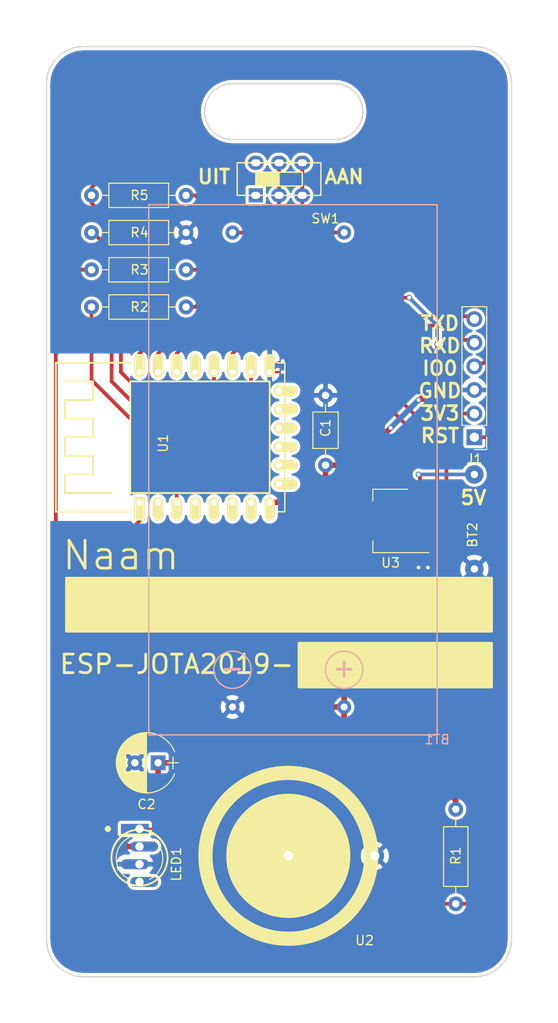
<source format=kicad_pcb>
(kicad_pcb (version 4) (host pcbnew 4.0.6)

  (general
    (links 36)
    (no_connects 0)
    (area 115 25 175.000001 135.000001)
    (thickness 1.6)
    (drawings 45)
    (tracks 169)
    (zones 0)
    (modules 15)
    (nets 14)
  )

  (page A4)
  (layers
    (0 F.Cu signal)
    (31 B.Cu signal)
    (32 B.Adhes user)
    (33 F.Adhes user)
    (34 B.Paste user)
    (35 F.Paste user)
    (36 B.SilkS user)
    (37 F.SilkS user)
    (38 B.Mask user)
    (39 F.Mask user)
    (40 Dwgs.User user)
    (41 Cmts.User user)
    (42 Eco1.User user)
    (43 Eco2.User user)
    (44 Edge.Cuts user)
    (45 Margin user)
    (46 B.CrtYd user)
    (47 F.CrtYd user)
    (48 B.Fab user)
    (49 F.Fab user)
  )

  (setup
    (last_trace_width 0.6)
    (user_trace_width 0.3)
    (user_trace_width 0.4)
    (user_trace_width 0.6)
    (trace_clearance 0.2)
    (zone_clearance 0.33)
    (zone_45_only yes)
    (trace_min 0.2)
    (segment_width 0.2)
    (edge_width 0.15)
    (via_size 0.6)
    (via_drill 0.4)
    (via_min_size 0.4)
    (via_min_drill 0.3)
    (uvia_size 0.3)
    (uvia_drill 0.1)
    (uvias_allowed no)
    (uvia_min_size 0.2)
    (uvia_min_drill 0.1)
    (pcb_text_width 0.3)
    (pcb_text_size 1.5 1.5)
    (mod_edge_width 0.15)
    (mod_text_size 1 1)
    (mod_text_width 0.15)
    (pad_size 1.524 1.524)
    (pad_drill 0.762)
    (pad_to_mask_clearance 0.2)
    (aux_axis_origin 0 0)
    (visible_elements 7FFFFFFF)
    (pcbplotparams
      (layerselection 0x010fc_80000001)
      (usegerberextensions false)
      (usegerberattributes true)
      (excludeedgelayer false)
      (linewidth 0.150000)
      (plotframeref false)
      (viasonmask false)
      (mode 1)
      (useauxorigin true)
      (hpglpennumber 1)
      (hpglpenspeed 20)
      (hpglpendiameter 15)
      (hpglpenoverlay 2)
      (psnegative false)
      (psa4output false)
      (plotreference true)
      (plotvalue true)
      (plotinvisibletext false)
      (padsonsilk false)
      (subtractmaskfromsilk false)
      (outputformat 1)
      (mirror false)
      (drillshape 0)
      (scaleselection 1)
      (outputdirectory plots/))
  )

  (net 0 "")
  (net 1 GND)
  (net 2 +3V3)
  (net 3 TX)
  (net 4 RX)
  (net 5 GPIO0)
  (net 6 RESET)
  (net 7 RGBLED)
  (net 8 1Wire)
  (net 9 "Net-(R2-Pad2)")
  (net 10 +5V)
  (net 11 "Net-(BT1-Pad2)")
  (net 12 "Net-(BT1-Pad3)")
  (net 13 "Net-(R4-Pad2)")

  (net_class Default "This is the default net class."
    (clearance 0.2)
    (trace_width 0.25)
    (via_dia 0.6)
    (via_drill 0.4)
    (uvia_dia 0.3)
    (uvia_drill 0.1)
    (add_net +3V3)
    (add_net +5V)
    (add_net 1Wire)
    (add_net GND)
    (add_net GPIO0)
    (add_net "Net-(BT1-Pad2)")
    (add_net "Net-(BT1-Pad3)")
    (add_net "Net-(R2-Pad2)")
    (add_net "Net-(R4-Pad2)")
    (add_net RESET)
    (add_net RGBLED)
    (add_net RX)
    (add_net TX)
  )

  (module apa106:AA_battery_holder (layer B.Cu) (tedit 5D4FEB4A) (tstamp 5D4FF14E)
    (at 162 104 180)
    (path /5D5008B6)
    (fp_text reference BT1 (at 0 -0.5 180) (layer B.SilkS)
      (effects (font (size 1 1) (thickness 0.15)) (justify mirror))
    )
    (fp_text value Battery_holder (at 0 0.5 180) (layer B.Fab)
      (effects (font (size 1 1) (thickness 0.15)) (justify mirror))
    )
    (fp_text user - (at 22 7.2 180) (layer B.SilkS)
      (effects (font (size 2 2) (thickness 0.3)) (justify mirror))
    )
    (fp_circle (center 22 7) (end 24 7) (layer B.SilkS) (width 0.15))
    (fp_circle (center 10 7) (end 12 7) (layer B.SilkS) (width 0.15))
    (fp_text user + (at 10 7.2 180) (layer B.SilkS)
      (effects (font (size 2 2) (thickness 0.3)) (justify mirror))
    )
    (fp_line (start 30 57) (end 31 57) (layer B.SilkS) (width 0.15))
    (fp_line (start 31 0) (end 31 57) (layer B.SilkS) (width 0.15))
    (fp_line (start 30 57) (end 0 57) (layer B.SilkS) (width 0.15))
    (fp_line (start 0 57) (end 0 0) (layer B.SilkS) (width 0.15))
    (fp_line (start 0 0) (end 31 0) (layer B.SilkS) (width 0.15))
    (pad 1 thru_hole circle (at 10 3 180) (size 1.524 1.524) (drill 0.762) (layers *.Cu *.Mask)
      (net 2 +3V3))
    (pad 4 thru_hole circle (at 22 3 180) (size 1.524 1.524) (drill 0.762) (layers *.Cu *.Mask)
      (net 1 GND))
    (pad 2 thru_hole circle (at 10 54 180) (size 1.524 1.524) (drill 0.762) (layers *.Cu *.Mask)
      (net 11 "Net-(BT1-Pad2)"))
    (pad 3 thru_hole circle (at 22 54 180) (size 1.524 1.524) (drill 0.762) (layers *.Cu *.Mask)
      (net 12 "Net-(BT1-Pad3)"))
  )

  (module ESP8266:ESP-12E (layer F.Cu) (tedit 58B47889) (tstamp 5D4FF1CA)
    (at 130 79 90)
    (descr "Module, ESP-8266, ESP-12, 16 pad, SMD")
    (tags "Module ESP-8266 ESP8266")
    (path /5D3077A3)
    (fp_text reference U1 (at 6.35 2.54 90) (layer F.SilkS)
      (effects (font (size 1 1) (thickness 0.15)))
    )
    (fp_text value ESP-12E (at 6.35 6.35 90) (layer F.Fab) hide
      (effects (font (size 1 1) (thickness 0.15)))
    )
    (fp_line (start -2.25 -0.5) (end -2.25 -8.75) (layer F.CrtYd) (width 0.05))
    (fp_line (start -2.25 -8.75) (end 15.25 -8.75) (layer F.CrtYd) (width 0.05))
    (fp_line (start 15.25 -8.75) (end 16.25 -8.75) (layer F.CrtYd) (width 0.05))
    (fp_line (start 16.25 -8.75) (end 16.25 16) (layer F.CrtYd) (width 0.05))
    (fp_line (start 16.25 16) (end -2.25 16) (layer F.CrtYd) (width 0.05))
    (fp_line (start -2.25 16) (end -2.25 -0.5) (layer F.CrtYd) (width 0.05))
    (fp_line (start -1.016 -8.382) (end 14.986 -8.382) (layer F.CrtYd) (width 0.1524))
    (fp_line (start 14.986 -8.382) (end 14.986 -0.889) (layer F.CrtYd) (width 0.1524))
    (fp_line (start -1.016 -8.382) (end -1.016 -1.016) (layer F.CrtYd) (width 0.1524))
    (fp_line (start -1.016 14.859) (end -1.016 15.621) (layer F.SilkS) (width 0.1524))
    (fp_line (start -1.016 15.621) (end 14.986 15.621) (layer F.SilkS) (width 0.1524))
    (fp_line (start 14.986 15.621) (end 14.986 14.859) (layer F.SilkS) (width 0.1524))
    (fp_line (start 14.992 -8.4) (end -1.008 -2.6) (layer F.CrtYd) (width 0.1524))
    (fp_line (start -1.008 -8.4) (end 14.992 -2.6) (layer F.CrtYd) (width 0.1524))
    (fp_text user "No Copper" (at 6.892 -5.4 90) (layer F.CrtYd)
      (effects (font (size 1 1) (thickness 0.15)))
    )
    (fp_line (start -1.008 -2.6) (end 14.992 -2.6) (layer F.CrtYd) (width 0.1524))
    (fp_line (start 15 -8.4) (end 15 15.6) (layer F.Fab) (width 0.05))
    (fp_line (start 14.992 15.6) (end -1.008 15.6) (layer F.Fab) (width 0.05))
    (fp_line (start -1.008 15.6) (end -1.008 -8.4) (layer F.Fab) (width 0.05))
    (fp_line (start -1.008 -8.4) (end 14.992 -8.4) (layer F.Fab) (width 0.05))
    (pad 1 thru_hole rect (at 0 0 90) (size 2.5 1.1) (drill 0.65 (offset -0.7 0)) (layers *.Cu *.Mask F.SilkS)
      (net 6 RESET))
    (pad 2 thru_hole oval (at 0 2 90) (size 2.5 1.1) (drill 0.65 (offset -0.7 0)) (layers *.Cu *.Mask F.SilkS))
    (pad 3 thru_hole oval (at 0 4 90) (size 2.5 1.1) (drill 0.65 (offset -0.7 0)) (layers *.Cu *.Mask F.SilkS)
      (net 9 "Net-(R2-Pad2)"))
    (pad 4 thru_hole oval (at 0 6 90) (size 2.5 1.1) (drill 0.65 (offset -0.7 0)) (layers *.Cu *.Mask F.SilkS))
    (pad 5 thru_hole oval (at 0 8 90) (size 2.5 1.1) (drill 0.65 (offset -0.7 0)) (layers *.Cu *.Mask F.SilkS))
    (pad 6 thru_hole oval (at 0 10 90) (size 2.5 1.1) (drill 0.65 (offset -0.7 0)) (layers *.Cu *.Mask F.SilkS))
    (pad 7 thru_hole oval (at 0 12 90) (size 2.5 1.1) (drill 0.65 (offset -0.7 0)) (layers *.Cu *.Mask F.SilkS))
    (pad 8 thru_hole oval (at 0 14 90) (size 2.5 1.1) (drill 0.65 (offset -0.7 0)) (layers *.Cu *.Mask F.SilkS)
      (net 2 +3V3))
    (pad 9 thru_hole oval (at 14 14 90) (size 2.5 1.1) (drill 0.65 (offset 0.7 0)) (layers *.Cu *.Mask F.SilkS)
      (net 1 GND))
    (pad 10 thru_hole oval (at 14 12 90) (size 2.5 1.1) (drill 0.65 (offset 0.6 0)) (layers *.Cu *.Mask F.SilkS)
      (net 13 "Net-(R4-Pad2)"))
    (pad 11 thru_hole oval (at 14 10 90) (size 2.5 1.1) (drill 0.65 (offset 0.7 0)) (layers *.Cu *.Mask F.SilkS)
      (net 7 RGBLED))
    (pad 12 thru_hole oval (at 14 8 90) (size 2.5 1.1) (drill 0.65 (offset 0.7 0)) (layers *.Cu *.Mask F.SilkS)
      (net 5 GPIO0))
    (pad 13 thru_hole oval (at 14 6 90) (size 2.5 1.1) (drill 0.65 (offset 0.7 0)) (layers *.Cu *.Mask F.SilkS))
    (pad 14 thru_hole oval (at 14 4 90) (size 2.5 1.1) (drill 0.65 (offset 0.7 0)) (layers *.Cu *.Mask F.SilkS)
      (net 8 1Wire))
    (pad 15 thru_hole oval (at 14 2 90) (size 2.5 1.1) (drill 0.65 (offset 0.7 0)) (layers *.Cu *.Mask F.SilkS)
      (net 4 RX))
    (pad 16 thru_hole oval (at 14 0 90) (size 2.5 1.1) (drill 0.65 (offset 0.7 0)) (layers *.Cu *.Mask F.SilkS)
      (net 3 TX))
    (pad 17 thru_hole oval (at 1.99 15 180) (size 2.5 1.1) (drill 0.65 (offset -0.7 0)) (layers *.Cu *.Mask F.SilkS))
    (pad 18 thru_hole oval (at 3.99 15 180) (size 2.5 1.1) (drill 0.65 (offset -0.7 0)) (layers *.Cu *.Mask F.SilkS))
    (pad 19 thru_hole oval (at 5.99 15 180) (size 2.5 1.1) (drill 0.65 (offset -0.7 0)) (layers *.Cu *.Mask F.SilkS))
    (pad 20 thru_hole oval (at 7.99 15 180) (size 2.5 1.1) (drill 0.65 (offset -0.7 0)) (layers *.Cu *.Mask F.SilkS))
    (pad 21 thru_hole oval (at 9.99 15 180) (size 2.5 1.1) (drill 0.65 (offset -0.7 0)) (layers *.Cu *.Mask F.SilkS))
    (pad 22 thru_hole oval (at 11.99 15 180) (size 2.5 1.1) (drill 0.65 (offset -0.7 0)) (layers *.Cu *.Mask F.SilkS))
    (model ${ESPLIB}/ESP8266.3dshapes/ESP-12E.wrl
      (at (xyz 0 0 0))
      (scale (xyz 0.3937 0.3937 0.3937))
      (rotate (xyz 0 0 0))
    )
  )

  (module Wire_Connections_Bridges:WireConnection_0.80mmDrill (layer F.Cu) (tedit 5D7E5F49) (tstamp 5D4FF154)
    (at 166 76 270)
    (descr "WireConnection with 0.8mm drill")
    (path /5D417DF7)
    (fp_text reference BT2 (at 6.5 0.2 270) (layer F.SilkS)
      (effects (font (size 1 1) (thickness 0.15)))
    )
    (fp_text value Battery (at 5.08 3.81 270) (layer F.Fab)
      (effects (font (size 1 1) (thickness 0.15)))
    )
    (fp_line (start 14.0716 -3.7592) (end 13.8684 -3.6576) (layer Cmts.User) (width 0.381))
    (fp_line (start 13.8684 -3.6576) (end 13.6398 -3.6576) (layer Cmts.User) (width 0.381))
    (fp_line (start 13.6398 -3.6576) (end 13.4366 -3.7592) (layer Cmts.User) (width 0.381))
    (fp_line (start 13.4366 -3.7592) (end 13.3604 -4.1148) (layer Cmts.User) (width 0.381))
    (fp_line (start 13.3604 -4.1148) (end 13.3604 -4.572) (layer Cmts.User) (width 0.381))
    (fp_line (start 13.3604 -4.572) (end 13.462 -4.6482) (layer Cmts.User) (width 0.381))
    (fp_line (start 13.462 -4.6482) (end 13.7668 -4.7244) (layer Cmts.User) (width 0.381))
    (fp_line (start 13.7668 -4.7244) (end 13.9954 -4.6736) (layer Cmts.User) (width 0.381))
    (fp_line (start 13.9954 -4.6736) (end 14.0462 -4.318) (layer Cmts.User) (width 0.381))
    (fp_line (start 14.0462 -4.318) (end 13.4366 -4.191) (layer Cmts.User) (width 0.381))
    (fp_line (start 13.4366 -4.191) (end 13.4366 -4.2418) (layer Cmts.User) (width 0.381))
    (fp_line (start 12.7508 -3.7084) (end 12.4206 -3.7084) (layer Cmts.User) (width 0.381))
    (fp_line (start 12.4206 -3.7084) (end 12.2174 -3.7084) (layer Cmts.User) (width 0.381))
    (fp_line (start 12.2174 -3.7084) (end 12.0396 -3.8608) (layer Cmts.User) (width 0.381))
    (fp_line (start 12.0396 -3.8608) (end 12.0396 -4.2418) (layer Cmts.User) (width 0.381))
    (fp_line (start 12.0396 -4.2418) (end 12.1412 -4.572) (layer Cmts.User) (width 0.381))
    (fp_line (start 12.1412 -4.572) (end 12.2936 -4.6482) (layer Cmts.User) (width 0.381))
    (fp_line (start 12.2936 -4.6482) (end 12.573 -4.6482) (layer Cmts.User) (width 0.381))
    (fp_line (start 12.573 -4.6482) (end 12.7508 -4.572) (layer Cmts.User) (width 0.381))
    (fp_line (start 12.7508 -4.572) (end 12.7762 -4.2672) (layer Cmts.User) (width 0.381))
    (fp_line (start 12.7762 -4.2672) (end 12.1412 -4.2418) (layer Cmts.User) (width 0.381))
    (fp_line (start 11.2268 -4.5212) (end 11.6078 -4.6736) (layer Cmts.User) (width 0.381))
    (fp_line (start 11.6078 -4.6736) (end 11.6332 -4.6736) (layer Cmts.User) (width 0.381))
    (fp_line (start 11.2014 -4.7244) (end 11.2014 -3.6576) (layer Cmts.User) (width 0.381))
    (fp_line (start 9.9822 -4.6736) (end 10.668 -4.7244) (layer Cmts.User) (width 0.381))
    (fp_line (start 10.7188 -5.207) (end 10.541 -5.207) (layer Cmts.User) (width 0.381))
    (fp_line (start 10.541 -5.207) (end 10.3886 -5.08) (layer Cmts.User) (width 0.381))
    (fp_line (start 10.3886 -5.08) (end 10.3378 -3.7084) (layer Cmts.User) (width 0.381))
    (fp_line (start 8.4328 -4.5974) (end 8.3058 -4.6736) (layer Cmts.User) (width 0.381))
    (fp_line (start 8.3058 -4.6736) (end 8.0264 -4.6736) (layer Cmts.User) (width 0.381))
    (fp_line (start 8.0264 -4.6736) (end 7.874 -4.445) (layer Cmts.User) (width 0.381))
    (fp_line (start 7.874 -4.445) (end 7.8994 -4.2672) (layer Cmts.User) (width 0.381))
    (fp_line (start 7.8994 -4.2672) (end 8.1788 -4.191) (layer Cmts.User) (width 0.381))
    (fp_line (start 8.1788 -4.191) (end 8.4328 -4.1148) (layer Cmts.User) (width 0.381))
    (fp_line (start 8.4328 -4.1148) (end 8.4836 -3.8354) (layer Cmts.User) (width 0.381))
    (fp_line (start 8.4836 -3.8354) (end 8.2804 -3.6576) (layer Cmts.User) (width 0.381))
    (fp_line (start 8.2804 -3.6576) (end 7.8994 -3.7084) (layer Cmts.User) (width 0.381))
    (fp_line (start 7.1628 -3.6576) (end 6.8072 -3.7592) (layer Cmts.User) (width 0.381))
    (fp_line (start 6.8072 -3.7592) (end 6.604 -3.8354) (layer Cmts.User) (width 0.381))
    (fp_line (start 6.604 -3.8354) (end 6.477 -4.1656) (layer Cmts.User) (width 0.381))
    (fp_line (start 6.477 -4.1656) (end 6.477 -4.4704) (layer Cmts.User) (width 0.381))
    (fp_line (start 6.477 -4.4704) (end 6.6802 -4.6736) (layer Cmts.User) (width 0.381))
    (fp_line (start 6.6802 -4.6736) (end 7.0104 -4.7244) (layer Cmts.User) (width 0.381))
    (fp_line (start 7.2136 -5.207) (end 7.2136 -3.6576) (layer Cmts.User) (width 0.381))
    (fp_line (start 5.715 -3.6576) (end 5.2578 -3.7084) (layer Cmts.User) (width 0.381))
    (fp_line (start 5.2578 -3.7084) (end 5.1054 -3.9116) (layer Cmts.User) (width 0.381))
    (fp_line (start 5.1054 -3.9116) (end 5.1308 -4.191) (layer Cmts.User) (width 0.381))
    (fp_line (start 5.1308 -4.191) (end 5.842 -4.2418) (layer Cmts.User) (width 0.381))
    (fp_line (start 5.1054 -4.572) (end 5.3848 -4.7244) (layer Cmts.User) (width 0.381))
    (fp_line (start 5.3848 -4.7244) (end 5.6388 -4.6482) (layer Cmts.User) (width 0.381))
    (fp_line (start 5.6388 -4.6482) (end 5.7912 -4.4704) (layer Cmts.User) (width 0.381))
    (fp_line (start 5.7912 -4.4704) (end 5.842 -3.6322) (layer Cmts.User) (width 0.381))
    (fp_line (start 3.6068 -3.6576) (end 3.6322 -5.2578) (layer Cmts.User) (width 0.381))
    (fp_line (start 3.6322 -5.2578) (end 4.0894 -5.2578) (layer Cmts.User) (width 0.381))
    (fp_line (start 4.0894 -5.2578) (end 4.3688 -5.1308) (layer Cmts.User) (width 0.381))
    (fp_line (start 4.3688 -5.1308) (end 4.4958 -4.8768) (layer Cmts.User) (width 0.381))
    (fp_line (start 4.4958 -4.8768) (end 4.4958 -4.5974) (layer Cmts.User) (width 0.381))
    (fp_line (start 4.4958 -4.5974) (end 4.3688 -4.3942) (layer Cmts.User) (width 0.381))
    (fp_line (start 4.3688 -4.3942) (end 4.0894 -4.445) (layer Cmts.User) (width 0.381))
    (fp_line (start 4.0894 -4.445) (end 3.6322 -4.445) (layer Cmts.User) (width 0.381))
    (fp_line (start 1.778 -3.7592) (end 1.524 -3.6576) (layer Cmts.User) (width 0.381))
    (fp_line (start 1.524 -3.6576) (end 1.27 -3.7592) (layer Cmts.User) (width 0.381))
    (fp_line (start 1.27 -3.7592) (end 1.1176 -3.9116) (layer Cmts.User) (width 0.381))
    (fp_line (start 1.1176 -3.9116) (end 1.0414 -4.318) (layer Cmts.User) (width 0.381))
    (fp_line (start 1.0414 -4.318) (end 1.1684 -4.572) (layer Cmts.User) (width 0.381))
    (fp_line (start 1.1684 -4.572) (end 1.3716 -4.6736) (layer Cmts.User) (width 0.381))
    (fp_line (start 1.3716 -4.6736) (end 1.651 -4.6482) (layer Cmts.User) (width 0.381))
    (fp_line (start 1.651 -4.6482) (end 1.8034 -4.5212) (layer Cmts.User) (width 0.381))
    (fp_line (start 1.8034 -4.5212) (end 1.8034 -4.318) (layer Cmts.User) (width 0.381))
    (fp_line (start 1.8034 -4.318) (end 1.1684 -4.2418) (layer Cmts.User) (width 0.381))
    (fp_line (start -0.1524 -4.7244) (end 0.3048 -3.6576) (layer Cmts.User) (width 0.381))
    (fp_line (start 0.3048 -3.6576) (end 0.5842 -4.6736) (layer Cmts.User) (width 0.381))
    (fp_line (start 0.5842 -4.6736) (end 0.5588 -4.6736) (layer Cmts.User) (width 0.381))
    (fp_line (start -1.4732 -4.3942) (end -1.4732 -3.9116) (layer Cmts.User) (width 0.381))
    (fp_line (start -1.4732 -3.9116) (end -1.27 -3.7084) (layer Cmts.User) (width 0.381))
    (fp_line (start -1.27 -3.7084) (end -1.0414 -3.6576) (layer Cmts.User) (width 0.381))
    (fp_line (start -1.0414 -3.6576) (end -0.762 -3.7846) (layer Cmts.User) (width 0.381))
    (fp_line (start -0.762 -3.7846) (end -0.6604 -3.9878) (layer Cmts.User) (width 0.381))
    (fp_line (start -0.6604 -3.9878) (end -0.6604 -4.445) (layer Cmts.User) (width 0.381))
    (fp_line (start -0.6604 -4.445) (end -0.8382 -4.6482) (layer Cmts.User) (width 0.381))
    (fp_line (start -0.8382 -4.6482) (end -1.1176 -4.7244) (layer Cmts.User) (width 0.381))
    (fp_line (start -1.1176 -4.7244) (end -1.4478 -4.4704) (layer Cmts.User) (width 0.381))
    (fp_line (start -3.0988 -3.6322) (end -3.0988 -5.2578) (layer Cmts.User) (width 0.381))
    (fp_line (start -3.0988 -5.2578) (end -2.6162 -4.1148) (layer Cmts.User) (width 0.381))
    (fp_line (start -2.6162 -4.1148) (end -2.1336 -5.1816) (layer Cmts.User) (width 0.381))
    (fp_line (start -2.1336 -5.1816) (end -2.1336 -3.6322) (layer Cmts.User) (width 0.381))
    (pad 1 thru_hole circle (at 0 0 270) (size 1.99898 1.99898) (drill 0.8001) (layers *.Cu *.Mask)
      (net 10 +5V))
    (pad 2 thru_hole circle (at 10.16 0 270) (size 1.99898 1.99898) (drill 0.8001) (layers *.Cu *.Mask)
      (net 1 GND))
  )

  (module Capacitors_THT:C_Axial_L3.8mm_D2.6mm_P7.50mm_Horizontal (layer F.Cu) (tedit 5D506013) (tstamp 5D4FF15A)
    (at 150 75 90)
    (descr "C, Axial series, Axial, Horizontal, pin pitch=7.5mm, , length*diameter=3.8*2.6mm^2, http://www.vishay.com/docs/45231/arseries.pdf")
    (tags "C Axial series Axial Horizontal pin pitch 7.5mm  length 3.8mm diameter 2.6mm")
    (path /5D3078E0)
    (fp_text reference C1 (at 4 0 90) (layer F.SilkS)
      (effects (font (size 1 1) (thickness 0.15)))
    )
    (fp_text value 100nF (at 3.75 2.36 90) (layer F.Fab)
      (effects (font (size 1 1) (thickness 0.15)))
    )
    (fp_line (start 1.85 -1.3) (end 1.85 1.3) (layer F.Fab) (width 0.1))
    (fp_line (start 1.85 1.3) (end 5.65 1.3) (layer F.Fab) (width 0.1))
    (fp_line (start 5.65 1.3) (end 5.65 -1.3) (layer F.Fab) (width 0.1))
    (fp_line (start 5.65 -1.3) (end 1.85 -1.3) (layer F.Fab) (width 0.1))
    (fp_line (start 0 0) (end 1.85 0) (layer F.Fab) (width 0.1))
    (fp_line (start 7.5 0) (end 5.65 0) (layer F.Fab) (width 0.1))
    (fp_line (start 1.79 -1.36) (end 1.79 1.36) (layer F.SilkS) (width 0.12))
    (fp_line (start 1.79 1.36) (end 5.71 1.36) (layer F.SilkS) (width 0.12))
    (fp_line (start 5.71 1.36) (end 5.71 -1.36) (layer F.SilkS) (width 0.12))
    (fp_line (start 5.71 -1.36) (end 1.79 -1.36) (layer F.SilkS) (width 0.12))
    (fp_line (start 0.98 0) (end 1.79 0) (layer F.SilkS) (width 0.12))
    (fp_line (start 6.52 0) (end 5.71 0) (layer F.SilkS) (width 0.12))
    (fp_line (start -1.05 -1.65) (end -1.05 1.65) (layer F.CrtYd) (width 0.05))
    (fp_line (start -1.05 1.65) (end 8.55 1.65) (layer F.CrtYd) (width 0.05))
    (fp_line (start 8.55 1.65) (end 8.55 -1.65) (layer F.CrtYd) (width 0.05))
    (fp_line (start 8.55 -1.65) (end -1.05 -1.65) (layer F.CrtYd) (width 0.05))
    (fp_text user %R (at 3.75 0 90) (layer F.Fab)
      (effects (font (size 1 1) (thickness 0.15)))
    )
    (pad 1 thru_hole circle (at 0 0 90) (size 1.6 1.6) (drill 0.8) (layers *.Cu *.Mask)
      (net 2 +3V3))
    (pad 2 thru_hole oval (at 7.5 0 90) (size 1.6 1.6) (drill 0.8) (layers *.Cu *.Mask)
      (net 1 GND))
    (model ${KISYS3DMOD}/Capacitors_THT.3dshapes/C_Axial_L3.8mm_D2.6mm_P7.50mm_Horizontal.wrl
      (at (xyz 0 0 0))
      (scale (xyz 1 1 1))
      (rotate (xyz 0 0 0))
    )
  )

  (module Capacitors_THT:CP_Radial_D6.3mm_P2.50mm (layer F.Cu) (tedit 597BC7C2) (tstamp 5D4FF160)
    (at 132 107 180)
    (descr "CP, Radial series, Radial, pin pitch=2.50mm, , diameter=6.3mm, Electrolytic Capacitor")
    (tags "CP Radial series Radial pin pitch 2.50mm  diameter 6.3mm Electrolytic Capacitor")
    (path /5D40A77C)
    (fp_text reference C2 (at 1.25 -4.46 180) (layer F.SilkS)
      (effects (font (size 1 1) (thickness 0.15)))
    )
    (fp_text value 100uF (at 1.25 4.46 180) (layer F.Fab)
      (effects (font (size 1 1) (thickness 0.15)))
    )
    (fp_arc (start 1.25 0) (end -1.767482 -1.18) (angle 137.3) (layer F.SilkS) (width 0.12))
    (fp_arc (start 1.25 0) (end -1.767482 1.18) (angle -137.3) (layer F.SilkS) (width 0.12))
    (fp_arc (start 1.25 0) (end 4.267482 -1.18) (angle 42.7) (layer F.SilkS) (width 0.12))
    (fp_circle (center 1.25 0) (end 4.4 0) (layer F.Fab) (width 0.1))
    (fp_line (start -2.2 0) (end -1 0) (layer F.Fab) (width 0.1))
    (fp_line (start -1.6 -0.65) (end -1.6 0.65) (layer F.Fab) (width 0.1))
    (fp_line (start 1.25 -3.2) (end 1.25 3.2) (layer F.SilkS) (width 0.12))
    (fp_line (start 1.29 -3.2) (end 1.29 3.2) (layer F.SilkS) (width 0.12))
    (fp_line (start 1.33 -3.2) (end 1.33 3.2) (layer F.SilkS) (width 0.12))
    (fp_line (start 1.37 -3.198) (end 1.37 3.198) (layer F.SilkS) (width 0.12))
    (fp_line (start 1.41 -3.197) (end 1.41 3.197) (layer F.SilkS) (width 0.12))
    (fp_line (start 1.45 -3.194) (end 1.45 3.194) (layer F.SilkS) (width 0.12))
    (fp_line (start 1.49 -3.192) (end 1.49 3.192) (layer F.SilkS) (width 0.12))
    (fp_line (start 1.53 -3.188) (end 1.53 -0.98) (layer F.SilkS) (width 0.12))
    (fp_line (start 1.53 0.98) (end 1.53 3.188) (layer F.SilkS) (width 0.12))
    (fp_line (start 1.57 -3.185) (end 1.57 -0.98) (layer F.SilkS) (width 0.12))
    (fp_line (start 1.57 0.98) (end 1.57 3.185) (layer F.SilkS) (width 0.12))
    (fp_line (start 1.61 -3.18) (end 1.61 -0.98) (layer F.SilkS) (width 0.12))
    (fp_line (start 1.61 0.98) (end 1.61 3.18) (layer F.SilkS) (width 0.12))
    (fp_line (start 1.65 -3.176) (end 1.65 -0.98) (layer F.SilkS) (width 0.12))
    (fp_line (start 1.65 0.98) (end 1.65 3.176) (layer F.SilkS) (width 0.12))
    (fp_line (start 1.69 -3.17) (end 1.69 -0.98) (layer F.SilkS) (width 0.12))
    (fp_line (start 1.69 0.98) (end 1.69 3.17) (layer F.SilkS) (width 0.12))
    (fp_line (start 1.73 -3.165) (end 1.73 -0.98) (layer F.SilkS) (width 0.12))
    (fp_line (start 1.73 0.98) (end 1.73 3.165) (layer F.SilkS) (width 0.12))
    (fp_line (start 1.77 -3.158) (end 1.77 -0.98) (layer F.SilkS) (width 0.12))
    (fp_line (start 1.77 0.98) (end 1.77 3.158) (layer F.SilkS) (width 0.12))
    (fp_line (start 1.81 -3.152) (end 1.81 -0.98) (layer F.SilkS) (width 0.12))
    (fp_line (start 1.81 0.98) (end 1.81 3.152) (layer F.SilkS) (width 0.12))
    (fp_line (start 1.85 -3.144) (end 1.85 -0.98) (layer F.SilkS) (width 0.12))
    (fp_line (start 1.85 0.98) (end 1.85 3.144) (layer F.SilkS) (width 0.12))
    (fp_line (start 1.89 -3.137) (end 1.89 -0.98) (layer F.SilkS) (width 0.12))
    (fp_line (start 1.89 0.98) (end 1.89 3.137) (layer F.SilkS) (width 0.12))
    (fp_line (start 1.93 -3.128) (end 1.93 -0.98) (layer F.SilkS) (width 0.12))
    (fp_line (start 1.93 0.98) (end 1.93 3.128) (layer F.SilkS) (width 0.12))
    (fp_line (start 1.971 -3.119) (end 1.971 -0.98) (layer F.SilkS) (width 0.12))
    (fp_line (start 1.971 0.98) (end 1.971 3.119) (layer F.SilkS) (width 0.12))
    (fp_line (start 2.011 -3.11) (end 2.011 -0.98) (layer F.SilkS) (width 0.12))
    (fp_line (start 2.011 0.98) (end 2.011 3.11) (layer F.SilkS) (width 0.12))
    (fp_line (start 2.051 -3.1) (end 2.051 -0.98) (layer F.SilkS) (width 0.12))
    (fp_line (start 2.051 0.98) (end 2.051 3.1) (layer F.SilkS) (width 0.12))
    (fp_line (start 2.091 -3.09) (end 2.091 -0.98) (layer F.SilkS) (width 0.12))
    (fp_line (start 2.091 0.98) (end 2.091 3.09) (layer F.SilkS) (width 0.12))
    (fp_line (start 2.131 -3.079) (end 2.131 -0.98) (layer F.SilkS) (width 0.12))
    (fp_line (start 2.131 0.98) (end 2.131 3.079) (layer F.SilkS) (width 0.12))
    (fp_line (start 2.171 -3.067) (end 2.171 -0.98) (layer F.SilkS) (width 0.12))
    (fp_line (start 2.171 0.98) (end 2.171 3.067) (layer F.SilkS) (width 0.12))
    (fp_line (start 2.211 -3.055) (end 2.211 -0.98) (layer F.SilkS) (width 0.12))
    (fp_line (start 2.211 0.98) (end 2.211 3.055) (layer F.SilkS) (width 0.12))
    (fp_line (start 2.251 -3.042) (end 2.251 -0.98) (layer F.SilkS) (width 0.12))
    (fp_line (start 2.251 0.98) (end 2.251 3.042) (layer F.SilkS) (width 0.12))
    (fp_line (start 2.291 -3.029) (end 2.291 -0.98) (layer F.SilkS) (width 0.12))
    (fp_line (start 2.291 0.98) (end 2.291 3.029) (layer F.SilkS) (width 0.12))
    (fp_line (start 2.331 -3.015) (end 2.331 -0.98) (layer F.SilkS) (width 0.12))
    (fp_line (start 2.331 0.98) (end 2.331 3.015) (layer F.SilkS) (width 0.12))
    (fp_line (start 2.371 -3.001) (end 2.371 -0.98) (layer F.SilkS) (width 0.12))
    (fp_line (start 2.371 0.98) (end 2.371 3.001) (layer F.SilkS) (width 0.12))
    (fp_line (start 2.411 -2.986) (end 2.411 -0.98) (layer F.SilkS) (width 0.12))
    (fp_line (start 2.411 0.98) (end 2.411 2.986) (layer F.SilkS) (width 0.12))
    (fp_line (start 2.451 -2.97) (end 2.451 -0.98) (layer F.SilkS) (width 0.12))
    (fp_line (start 2.451 0.98) (end 2.451 2.97) (layer F.SilkS) (width 0.12))
    (fp_line (start 2.491 -2.954) (end 2.491 -0.98) (layer F.SilkS) (width 0.12))
    (fp_line (start 2.491 0.98) (end 2.491 2.954) (layer F.SilkS) (width 0.12))
    (fp_line (start 2.531 -2.937) (end 2.531 -0.98) (layer F.SilkS) (width 0.12))
    (fp_line (start 2.531 0.98) (end 2.531 2.937) (layer F.SilkS) (width 0.12))
    (fp_line (start 2.571 -2.919) (end 2.571 -0.98) (layer F.SilkS) (width 0.12))
    (fp_line (start 2.571 0.98) (end 2.571 2.919) (layer F.SilkS) (width 0.12))
    (fp_line (start 2.611 -2.901) (end 2.611 -0.98) (layer F.SilkS) (width 0.12))
    (fp_line (start 2.611 0.98) (end 2.611 2.901) (layer F.SilkS) (width 0.12))
    (fp_line (start 2.651 -2.882) (end 2.651 -0.98) (layer F.SilkS) (width 0.12))
    (fp_line (start 2.651 0.98) (end 2.651 2.882) (layer F.SilkS) (width 0.12))
    (fp_line (start 2.691 -2.863) (end 2.691 -0.98) (layer F.SilkS) (width 0.12))
    (fp_line (start 2.691 0.98) (end 2.691 2.863) (layer F.SilkS) (width 0.12))
    (fp_line (start 2.731 -2.843) (end 2.731 -0.98) (layer F.SilkS) (width 0.12))
    (fp_line (start 2.731 0.98) (end 2.731 2.843) (layer F.SilkS) (width 0.12))
    (fp_line (start 2.771 -2.822) (end 2.771 -0.98) (layer F.SilkS) (width 0.12))
    (fp_line (start 2.771 0.98) (end 2.771 2.822) (layer F.SilkS) (width 0.12))
    (fp_line (start 2.811 -2.8) (end 2.811 -0.98) (layer F.SilkS) (width 0.12))
    (fp_line (start 2.811 0.98) (end 2.811 2.8) (layer F.SilkS) (width 0.12))
    (fp_line (start 2.851 -2.778) (end 2.851 -0.98) (layer F.SilkS) (width 0.12))
    (fp_line (start 2.851 0.98) (end 2.851 2.778) (layer F.SilkS) (width 0.12))
    (fp_line (start 2.891 -2.755) (end 2.891 -0.98) (layer F.SilkS) (width 0.12))
    (fp_line (start 2.891 0.98) (end 2.891 2.755) (layer F.SilkS) (width 0.12))
    (fp_line (start 2.931 -2.731) (end 2.931 -0.98) (layer F.SilkS) (width 0.12))
    (fp_line (start 2.931 0.98) (end 2.931 2.731) (layer F.SilkS) (width 0.12))
    (fp_line (start 2.971 -2.706) (end 2.971 -0.98) (layer F.SilkS) (width 0.12))
    (fp_line (start 2.971 0.98) (end 2.971 2.706) (layer F.SilkS) (width 0.12))
    (fp_line (start 3.011 -2.681) (end 3.011 -0.98) (layer F.SilkS) (width 0.12))
    (fp_line (start 3.011 0.98) (end 3.011 2.681) (layer F.SilkS) (width 0.12))
    (fp_line (start 3.051 -2.654) (end 3.051 -0.98) (layer F.SilkS) (width 0.12))
    (fp_line (start 3.051 0.98) (end 3.051 2.654) (layer F.SilkS) (width 0.12))
    (fp_line (start 3.091 -2.627) (end 3.091 -0.98) (layer F.SilkS) (width 0.12))
    (fp_line (start 3.091 0.98) (end 3.091 2.627) (layer F.SilkS) (width 0.12))
    (fp_line (start 3.131 -2.599) (end 3.131 -0.98) (layer F.SilkS) (width 0.12))
    (fp_line (start 3.131 0.98) (end 3.131 2.599) (layer F.SilkS) (width 0.12))
    (fp_line (start 3.171 -2.57) (end 3.171 -0.98) (layer F.SilkS) (width 0.12))
    (fp_line (start 3.171 0.98) (end 3.171 2.57) (layer F.SilkS) (width 0.12))
    (fp_line (start 3.211 -2.54) (end 3.211 -0.98) (layer F.SilkS) (width 0.12))
    (fp_line (start 3.211 0.98) (end 3.211 2.54) (layer F.SilkS) (width 0.12))
    (fp_line (start 3.251 -2.51) (end 3.251 -0.98) (layer F.SilkS) (width 0.12))
    (fp_line (start 3.251 0.98) (end 3.251 2.51) (layer F.SilkS) (width 0.12))
    (fp_line (start 3.291 -2.478) (end 3.291 -0.98) (layer F.SilkS) (width 0.12))
    (fp_line (start 3.291 0.98) (end 3.291 2.478) (layer F.SilkS) (width 0.12))
    (fp_line (start 3.331 -2.445) (end 3.331 -0.98) (layer F.SilkS) (width 0.12))
    (fp_line (start 3.331 0.98) (end 3.331 2.445) (layer F.SilkS) (width 0.12))
    (fp_line (start 3.371 -2.411) (end 3.371 -0.98) (layer F.SilkS) (width 0.12))
    (fp_line (start 3.371 0.98) (end 3.371 2.411) (layer F.SilkS) (width 0.12))
    (fp_line (start 3.411 -2.375) (end 3.411 -0.98) (layer F.SilkS) (width 0.12))
    (fp_line (start 3.411 0.98) (end 3.411 2.375) (layer F.SilkS) (width 0.12))
    (fp_line (start 3.451 -2.339) (end 3.451 -0.98) (layer F.SilkS) (width 0.12))
    (fp_line (start 3.451 0.98) (end 3.451 2.339) (layer F.SilkS) (width 0.12))
    (fp_line (start 3.491 -2.301) (end 3.491 2.301) (layer F.SilkS) (width 0.12))
    (fp_line (start 3.531 -2.262) (end 3.531 2.262) (layer F.SilkS) (width 0.12))
    (fp_line (start 3.571 -2.222) (end 3.571 2.222) (layer F.SilkS) (width 0.12))
    (fp_line (start 3.611 -2.18) (end 3.611 2.18) (layer F.SilkS) (width 0.12))
    (fp_line (start 3.651 -2.137) (end 3.651 2.137) (layer F.SilkS) (width 0.12))
    (fp_line (start 3.691 -2.092) (end 3.691 2.092) (layer F.SilkS) (width 0.12))
    (fp_line (start 3.731 -2.045) (end 3.731 2.045) (layer F.SilkS) (width 0.12))
    (fp_line (start 3.771 -1.997) (end 3.771 1.997) (layer F.SilkS) (width 0.12))
    (fp_line (start 3.811 -1.946) (end 3.811 1.946) (layer F.SilkS) (width 0.12))
    (fp_line (start 3.851 -1.894) (end 3.851 1.894) (layer F.SilkS) (width 0.12))
    (fp_line (start 3.891 -1.839) (end 3.891 1.839) (layer F.SilkS) (width 0.12))
    (fp_line (start 3.931 -1.781) (end 3.931 1.781) (layer F.SilkS) (width 0.12))
    (fp_line (start 3.971 -1.721) (end 3.971 1.721) (layer F.SilkS) (width 0.12))
    (fp_line (start 4.011 -1.658) (end 4.011 1.658) (layer F.SilkS) (width 0.12))
    (fp_line (start 4.051 -1.591) (end 4.051 1.591) (layer F.SilkS) (width 0.12))
    (fp_line (start 4.091 -1.52) (end 4.091 1.52) (layer F.SilkS) (width 0.12))
    (fp_line (start 4.131 -1.445) (end 4.131 1.445) (layer F.SilkS) (width 0.12))
    (fp_line (start 4.171 -1.364) (end 4.171 1.364) (layer F.SilkS) (width 0.12))
    (fp_line (start 4.211 -1.278) (end 4.211 1.278) (layer F.SilkS) (width 0.12))
    (fp_line (start 4.251 -1.184) (end 4.251 1.184) (layer F.SilkS) (width 0.12))
    (fp_line (start 4.291 -1.081) (end 4.291 1.081) (layer F.SilkS) (width 0.12))
    (fp_line (start 4.331 -0.966) (end 4.331 0.966) (layer F.SilkS) (width 0.12))
    (fp_line (start 4.371 -0.834) (end 4.371 0.834) (layer F.SilkS) (width 0.12))
    (fp_line (start 4.411 -0.676) (end 4.411 0.676) (layer F.SilkS) (width 0.12))
    (fp_line (start 4.451 -0.468) (end 4.451 0.468) (layer F.SilkS) (width 0.12))
    (fp_line (start -2.2 0) (end -1 0) (layer F.SilkS) (width 0.12))
    (fp_line (start -1.6 -0.65) (end -1.6 0.65) (layer F.SilkS) (width 0.12))
    (fp_line (start -2.25 -3.5) (end -2.25 3.5) (layer F.CrtYd) (width 0.05))
    (fp_line (start -2.25 3.5) (end 4.75 3.5) (layer F.CrtYd) (width 0.05))
    (fp_line (start 4.75 3.5) (end 4.75 -3.5) (layer F.CrtYd) (width 0.05))
    (fp_line (start 4.75 -3.5) (end -2.25 -3.5) (layer F.CrtYd) (width 0.05))
    (fp_text user %R (at 1.25 0 180) (layer F.Fab)
      (effects (font (size 1 1) (thickness 0.15)))
    )
    (pad 1 thru_hole rect (at 0 0 180) (size 1.6 1.6) (drill 0.8) (layers *.Cu *.Mask)
      (net 2 +3V3))
    (pad 2 thru_hole circle (at 2.5 0 180) (size 1.6 1.6) (drill 0.8) (layers *.Cu *.Mask)
      (net 1 GND))
    (model ${KISYS3DMOD}/Capacitors_THT.3dshapes/CP_Radial_D6.3mm_P2.50mm.wrl
      (at (xyz 0 0 0))
      (scale (xyz 1 1 1))
      (rotate (xyz 0 0 0))
    )
  )

  (module Resistors_THT:R_Axial_DIN0207_L6.3mm_D2.5mm_P10.16mm_Horizontal (layer F.Cu) (tedit 5D50600C) (tstamp 5D4FF190)
    (at 164 112 270)
    (descr "Resistor, Axial_DIN0207 series, Axial, Horizontal, pin pitch=10.16mm, 0.25W = 1/4W, length*diameter=6.3*2.5mm^2, http://cdn-reichelt.de/documents/datenblatt/B400/1_4W%23YAG.pdf")
    (tags "Resistor Axial_DIN0207 series Axial Horizontal pin pitch 10.16mm 0.25W = 1/4W length 6.3mm diameter 2.5mm")
    (path /5D309551)
    (fp_text reference R1 (at 5 0 270) (layer F.SilkS)
      (effects (font (size 1 1) (thickness 0.15)))
    )
    (fp_text value 10K (at 5.08 2.31 270) (layer F.Fab)
      (effects (font (size 1 1) (thickness 0.15)))
    )
    (fp_line (start 1.93 -1.25) (end 1.93 1.25) (layer F.Fab) (width 0.1))
    (fp_line (start 1.93 1.25) (end 8.23 1.25) (layer F.Fab) (width 0.1))
    (fp_line (start 8.23 1.25) (end 8.23 -1.25) (layer F.Fab) (width 0.1))
    (fp_line (start 8.23 -1.25) (end 1.93 -1.25) (layer F.Fab) (width 0.1))
    (fp_line (start 0 0) (end 1.93 0) (layer F.Fab) (width 0.1))
    (fp_line (start 10.16 0) (end 8.23 0) (layer F.Fab) (width 0.1))
    (fp_line (start 1.87 -1.31) (end 1.87 1.31) (layer F.SilkS) (width 0.12))
    (fp_line (start 1.87 1.31) (end 8.29 1.31) (layer F.SilkS) (width 0.12))
    (fp_line (start 8.29 1.31) (end 8.29 -1.31) (layer F.SilkS) (width 0.12))
    (fp_line (start 8.29 -1.31) (end 1.87 -1.31) (layer F.SilkS) (width 0.12))
    (fp_line (start 0.98 0) (end 1.87 0) (layer F.SilkS) (width 0.12))
    (fp_line (start 9.18 0) (end 8.29 0) (layer F.SilkS) (width 0.12))
    (fp_line (start -1.05 -1.6) (end -1.05 1.6) (layer F.CrtYd) (width 0.05))
    (fp_line (start -1.05 1.6) (end 11.25 1.6) (layer F.CrtYd) (width 0.05))
    (fp_line (start 11.25 1.6) (end 11.25 -1.6) (layer F.CrtYd) (width 0.05))
    (fp_line (start 11.25 -1.6) (end -1.05 -1.6) (layer F.CrtYd) (width 0.05))
    (pad 1 thru_hole circle (at 0 0 270) (size 1.6 1.6) (drill 0.8) (layers *.Cu *.Mask)
      (net 2 +3V3))
    (pad 2 thru_hole oval (at 10.16 0 270) (size 1.6 1.6) (drill 0.8) (layers *.Cu *.Mask)
      (net 8 1Wire))
    (model ${KISYS3DMOD}/Resistors_THT.3dshapes/R_Axial_DIN0207_L6.3mm_D2.5mm_P10.16mm_Horizontal.wrl
      (at (xyz 0 0 0))
      (scale (xyz 0.393701 0.393701 0.393701))
      (rotate (xyz 0 0 0))
    )
  )

  (module Resistors_THT:R_Axial_DIN0207_L6.3mm_D2.5mm_P10.16mm_Horizontal (layer F.Cu) (tedit 5D506001) (tstamp 5D4FF196)
    (at 135 58 180)
    (descr "Resistor, Axial_DIN0207 series, Axial, Horizontal, pin pitch=10.16mm, 0.25W = 1/4W, length*diameter=6.3*2.5mm^2, http://cdn-reichelt.de/documents/datenblatt/B400/1_4W%23YAG.pdf")
    (tags "Resistor Axial_DIN0207 series Axial Horizontal pin pitch 10.16mm 0.25W = 1/4W length 6.3mm diameter 2.5mm")
    (path /5D40463A)
    (fp_text reference R2 (at 5 0 180) (layer F.SilkS)
      (effects (font (size 1 1) (thickness 0.15)))
    )
    (fp_text value 10K (at 5.08 2.31 180) (layer F.Fab)
      (effects (font (size 1 1) (thickness 0.15)))
    )
    (fp_line (start 1.93 -1.25) (end 1.93 1.25) (layer F.Fab) (width 0.1))
    (fp_line (start 1.93 1.25) (end 8.23 1.25) (layer F.Fab) (width 0.1))
    (fp_line (start 8.23 1.25) (end 8.23 -1.25) (layer F.Fab) (width 0.1))
    (fp_line (start 8.23 -1.25) (end 1.93 -1.25) (layer F.Fab) (width 0.1))
    (fp_line (start 0 0) (end 1.93 0) (layer F.Fab) (width 0.1))
    (fp_line (start 10.16 0) (end 8.23 0) (layer F.Fab) (width 0.1))
    (fp_line (start 1.87 -1.31) (end 1.87 1.31) (layer F.SilkS) (width 0.12))
    (fp_line (start 1.87 1.31) (end 8.29 1.31) (layer F.SilkS) (width 0.12))
    (fp_line (start 8.29 1.31) (end 8.29 -1.31) (layer F.SilkS) (width 0.12))
    (fp_line (start 8.29 -1.31) (end 1.87 -1.31) (layer F.SilkS) (width 0.12))
    (fp_line (start 0.98 0) (end 1.87 0) (layer F.SilkS) (width 0.12))
    (fp_line (start 9.18 0) (end 8.29 0) (layer F.SilkS) (width 0.12))
    (fp_line (start -1.05 -1.6) (end -1.05 1.6) (layer F.CrtYd) (width 0.05))
    (fp_line (start -1.05 1.6) (end 11.25 1.6) (layer F.CrtYd) (width 0.05))
    (fp_line (start 11.25 1.6) (end 11.25 -1.6) (layer F.CrtYd) (width 0.05))
    (fp_line (start 11.25 -1.6) (end -1.05 -1.6) (layer F.CrtYd) (width 0.05))
    (pad 1 thru_hole circle (at 0 0 180) (size 1.6 1.6) (drill 0.8) (layers *.Cu *.Mask)
      (net 2 +3V3))
    (pad 2 thru_hole oval (at 10.16 0 180) (size 1.6 1.6) (drill 0.8) (layers *.Cu *.Mask)
      (net 9 "Net-(R2-Pad2)"))
    (model ${KISYS3DMOD}/Resistors_THT.3dshapes/R_Axial_DIN0207_L6.3mm_D2.5mm_P10.16mm_Horizontal.wrl
      (at (xyz 0 0 0))
      (scale (xyz 0.393701 0.393701 0.393701))
      (rotate (xyz 0 0 0))
    )
  )

  (module Resistors_THT:R_Axial_DIN0207_L6.3mm_D2.5mm_P10.16mm_Horizontal (layer F.Cu) (tedit 5D505FFF) (tstamp 5D4FF19C)
    (at 135 54 180)
    (descr "Resistor, Axial_DIN0207 series, Axial, Horizontal, pin pitch=10.16mm, 0.25W = 1/4W, length*diameter=6.3*2.5mm^2, http://cdn-reichelt.de/documents/datenblatt/B400/1_4W%23YAG.pdf")
    (tags "Resistor Axial_DIN0207 series Axial Horizontal pin pitch 10.16mm 0.25W = 1/4W length 6.3mm diameter 2.5mm")
    (path /5D4043F7)
    (fp_text reference R3 (at 5 0 180) (layer F.SilkS)
      (effects (font (size 1 1) (thickness 0.15)))
    )
    (fp_text value 10K (at 5.08 2.31 180) (layer F.Fab)
      (effects (font (size 1 1) (thickness 0.15)))
    )
    (fp_line (start 1.93 -1.25) (end 1.93 1.25) (layer F.Fab) (width 0.1))
    (fp_line (start 1.93 1.25) (end 8.23 1.25) (layer F.Fab) (width 0.1))
    (fp_line (start 8.23 1.25) (end 8.23 -1.25) (layer F.Fab) (width 0.1))
    (fp_line (start 8.23 -1.25) (end 1.93 -1.25) (layer F.Fab) (width 0.1))
    (fp_line (start 0 0) (end 1.93 0) (layer F.Fab) (width 0.1))
    (fp_line (start 10.16 0) (end 8.23 0) (layer F.Fab) (width 0.1))
    (fp_line (start 1.87 -1.31) (end 1.87 1.31) (layer F.SilkS) (width 0.12))
    (fp_line (start 1.87 1.31) (end 8.29 1.31) (layer F.SilkS) (width 0.12))
    (fp_line (start 8.29 1.31) (end 8.29 -1.31) (layer F.SilkS) (width 0.12))
    (fp_line (start 8.29 -1.31) (end 1.87 -1.31) (layer F.SilkS) (width 0.12))
    (fp_line (start 0.98 0) (end 1.87 0) (layer F.SilkS) (width 0.12))
    (fp_line (start 9.18 0) (end 8.29 0) (layer F.SilkS) (width 0.12))
    (fp_line (start -1.05 -1.6) (end -1.05 1.6) (layer F.CrtYd) (width 0.05))
    (fp_line (start -1.05 1.6) (end 11.25 1.6) (layer F.CrtYd) (width 0.05))
    (fp_line (start 11.25 1.6) (end 11.25 -1.6) (layer F.CrtYd) (width 0.05))
    (fp_line (start 11.25 -1.6) (end -1.05 -1.6) (layer F.CrtYd) (width 0.05))
    (pad 1 thru_hole circle (at 0 0 180) (size 1.6 1.6) (drill 0.8) (layers *.Cu *.Mask)
      (net 2 +3V3))
    (pad 2 thru_hole oval (at 10.16 0 180) (size 1.6 1.6) (drill 0.8) (layers *.Cu *.Mask)
      (net 6 RESET))
    (model ${KISYS3DMOD}/Resistors_THT.3dshapes/R_Axial_DIN0207_L6.3mm_D2.5mm_P10.16mm_Horizontal.wrl
      (at (xyz 0 0 0))
      (scale (xyz 0.393701 0.393701 0.393701))
      (rotate (xyz 0 0 0))
    )
  )

  (module Resistors_THT:R_Axial_DIN0207_L6.3mm_D2.5mm_P10.16mm_Horizontal (layer F.Cu) (tedit 5D506007) (tstamp 5D4FF1A8)
    (at 135 46 180)
    (descr "Resistor, Axial_DIN0207 series, Axial, Horizontal, pin pitch=10.16mm, 0.25W = 1/4W, length*diameter=6.3*2.5mm^2, http://cdn-reichelt.de/documents/datenblatt/B400/1_4W%23YAG.pdf")
    (tags "Resistor Axial_DIN0207 series Axial Horizontal pin pitch 10.16mm 0.25W = 1/4W length 6.3mm diameter 2.5mm")
    (path /5D405309)
    (fp_text reference R5 (at 5 0 180) (layer F.SilkS)
      (effects (font (size 1 1) (thickness 0.15)))
    )
    (fp_text value 10K (at 5.08 2.31 180) (layer F.Fab)
      (effects (font (size 1 1) (thickness 0.15)))
    )
    (fp_line (start 1.93 -1.25) (end 1.93 1.25) (layer F.Fab) (width 0.1))
    (fp_line (start 1.93 1.25) (end 8.23 1.25) (layer F.Fab) (width 0.1))
    (fp_line (start 8.23 1.25) (end 8.23 -1.25) (layer F.Fab) (width 0.1))
    (fp_line (start 8.23 -1.25) (end 1.93 -1.25) (layer F.Fab) (width 0.1))
    (fp_line (start 0 0) (end 1.93 0) (layer F.Fab) (width 0.1))
    (fp_line (start 10.16 0) (end 8.23 0) (layer F.Fab) (width 0.1))
    (fp_line (start 1.87 -1.31) (end 1.87 1.31) (layer F.SilkS) (width 0.12))
    (fp_line (start 1.87 1.31) (end 8.29 1.31) (layer F.SilkS) (width 0.12))
    (fp_line (start 8.29 1.31) (end 8.29 -1.31) (layer F.SilkS) (width 0.12))
    (fp_line (start 8.29 -1.31) (end 1.87 -1.31) (layer F.SilkS) (width 0.12))
    (fp_line (start 0.98 0) (end 1.87 0) (layer F.SilkS) (width 0.12))
    (fp_line (start 9.18 0) (end 8.29 0) (layer F.SilkS) (width 0.12))
    (fp_line (start -1.05 -1.6) (end -1.05 1.6) (layer F.CrtYd) (width 0.05))
    (fp_line (start -1.05 1.6) (end 11.25 1.6) (layer F.CrtYd) (width 0.05))
    (fp_line (start 11.25 1.6) (end 11.25 -1.6) (layer F.CrtYd) (width 0.05))
    (fp_line (start 11.25 -1.6) (end -1.05 -1.6) (layer F.CrtYd) (width 0.05))
    (pad 1 thru_hole circle (at 0 0 180) (size 1.6 1.6) (drill 0.8) (layers *.Cu *.Mask)
      (net 2 +3V3))
    (pad 2 thru_hole oval (at 10.16 0 180) (size 1.6 1.6) (drill 0.8) (layers *.Cu *.Mask)
      (net 5 GPIO0))
    (model ${KISYS3DMOD}/Resistors_THT.3dshapes/R_Axial_DIN0207_L6.3mm_D2.5mm_P10.16mm_Horizontal.wrl
      (at (xyz 0 0 0))
      (scale (xyz 0.393701 0.393701 0.393701))
      (rotate (xyz 0 0 0))
    )
  )

  (module WS2812B:iButton_reader (layer F.Cu) (tedit 5D408211) (tstamp 5D4FF1D0)
    (at 146 117)
    (path /5D41BCC7)
    (fp_text reference U2 (at 8.2 9.1) (layer F.SilkS)
      (effects (font (size 1 1) (thickness 0.15)))
    )
    (fp_text value iButton_reader (at 0 -0.5) (layer F.Fab)
      (effects (font (size 1 1) (thickness 0.15)))
    )
    (fp_circle (center 0 0) (end 3.3 0) (layer F.SilkS) (width 6.6))
    (fp_circle (center 0 0) (end 8.9 0) (layer F.SilkS) (width 1.5))
    (fp_circle (center 0 0) (end 6.6 0) (layer F.SilkS) (width 0.15))
    (fp_circle (center 0 0) (end 9.6 0) (layer F.SilkS) (width 0.15))
    (pad 1 thru_hole circle (at 0 0) (size 2 2) (drill 1) (layers *.Cu *.Mask F.Paste)
      (net 8 1Wire))
    (pad 2 thru_hole circle (at 9.3 0) (size 2 2) (drill 1) (layers *.Cu *.Mask F.Paste)
      (net 1 GND))
  )

  (module TO_SOT_Packages_SMD:SOT-223 (layer F.Cu) (tedit 5D4FF3AC) (tstamp 5D4FF1D8)
    (at 157 81 180)
    (descr "module CMS SOT223 4 pins")
    (tags "CMS SOT")
    (path /5D41B284)
    (attr smd)
    (fp_text reference U3 (at 0 -4.5 180) (layer F.SilkS)
      (effects (font (size 1 1) (thickness 0.15)))
    )
    (fp_text value AP111733 (at 0 4.5 180) (layer F.Fab)
      (effects (font (size 1 1) (thickness 0.15)))
    )
    (fp_text user %R (at 0 0 270) (layer F.Fab)
      (effects (font (size 0.8 0.8) (thickness 0.12)))
    )
    (fp_line (start -1.85 -2.3) (end -0.8 -3.35) (layer F.Fab) (width 0.1))
    (fp_line (start 1.91 3.41) (end 1.91 2.15) (layer F.SilkS) (width 0.12))
    (fp_line (start 1.91 -3.41) (end 1.91 -2.15) (layer F.SilkS) (width 0.12))
    (fp_line (start 4.4 -3.6) (end -4.4 -3.6) (layer F.CrtYd) (width 0.05))
    (fp_line (start 4.4 3.6) (end 4.4 -3.6) (layer F.CrtYd) (width 0.05))
    (fp_line (start -4.4 3.6) (end 4.4 3.6) (layer F.CrtYd) (width 0.05))
    (fp_line (start -4.4 -3.6) (end -4.4 3.6) (layer F.CrtYd) (width 0.05))
    (fp_line (start -1.85 -2.3) (end -1.85 3.35) (layer F.Fab) (width 0.1))
    (fp_line (start -1.85 3.41) (end 1.91 3.41) (layer F.SilkS) (width 0.12))
    (fp_line (start -0.8 -3.35) (end 1.85 -3.35) (layer F.Fab) (width 0.1))
    (fp_line (start -4.1 -3.41) (end 1.91 -3.41) (layer F.SilkS) (width 0.12))
    (fp_line (start -1.85 3.35) (end 1.85 3.35) (layer F.Fab) (width 0.1))
    (fp_line (start 1.85 -3.35) (end 1.85 3.35) (layer F.Fab) (width 0.1))
    (pad 4 smd rect (at 3.15 0 180) (size 2 3.8) (layers F.Cu F.Paste F.Mask)
      (net 2 +3V3))
    (pad 2 smd rect (at -3.15 0 180) (size 2 1.5) (layers F.Cu F.Paste F.Mask)
      (net 2 +3V3))
    (pad 3 smd rect (at -3.15 2.3 180) (size 2 1.5) (layers F.Cu F.Paste F.Mask)
      (net 10 +5V))
    (pad 1 smd rect (at -3.15 -2.3 180) (size 2 1.5) (layers F.Cu F.Paste F.Mask)
      (net 1 GND))
    (model ${KISYS3DMOD}/TO_SOT_Packages_SMD.3dshapes/SOT-223.wrl
      (at (xyz 0 0 0))
      (scale (xyz 1 1 1))
      (rotate (xyz 0 0 0))
    )
  )

  (module Resistors_THT:R_Axial_DIN0207_L6.3mm_D2.5mm_P10.16mm_Horizontal (layer F.Cu) (tedit 5D506196) (tstamp 5D5062D9)
    (at 135 50 180)
    (descr "Resistor, Axial_DIN0207 series, Axial, Horizontal, pin pitch=10.16mm, 0.25W = 1/4W, length*diameter=6.3*2.5mm^2, http://cdn-reichelt.de/documents/datenblatt/B400/1_4W%23YAG.pdf")
    (tags "Resistor Axial_DIN0207 series Axial Horizontal pin pitch 10.16mm 0.25W = 1/4W length 6.3mm diameter 2.5mm")
    (path /5D4051C5)
    (fp_text reference R4 (at 5 0 180) (layer F.SilkS)
      (effects (font (size 1 1) (thickness 0.15)))
    )
    (fp_text value 10K (at 5.08 2.31 180) (layer F.Fab)
      (effects (font (size 1 1) (thickness 0.15)))
    )
    (fp_line (start 1.93 -1.25) (end 1.93 1.25) (layer F.Fab) (width 0.1))
    (fp_line (start 1.93 1.25) (end 8.23 1.25) (layer F.Fab) (width 0.1))
    (fp_line (start 8.23 1.25) (end 8.23 -1.25) (layer F.Fab) (width 0.1))
    (fp_line (start 8.23 -1.25) (end 1.93 -1.25) (layer F.Fab) (width 0.1))
    (fp_line (start 0 0) (end 1.93 0) (layer F.Fab) (width 0.1))
    (fp_line (start 10.16 0) (end 8.23 0) (layer F.Fab) (width 0.1))
    (fp_line (start 1.87 -1.31) (end 1.87 1.31) (layer F.SilkS) (width 0.12))
    (fp_line (start 1.87 1.31) (end 8.29 1.31) (layer F.SilkS) (width 0.12))
    (fp_line (start 8.29 1.31) (end 8.29 -1.31) (layer F.SilkS) (width 0.12))
    (fp_line (start 8.29 -1.31) (end 1.87 -1.31) (layer F.SilkS) (width 0.12))
    (fp_line (start 0.98 0) (end 1.87 0) (layer F.SilkS) (width 0.12))
    (fp_line (start 9.18 0) (end 8.29 0) (layer F.SilkS) (width 0.12))
    (fp_line (start -1.05 -1.6) (end -1.05 1.6) (layer F.CrtYd) (width 0.05))
    (fp_line (start -1.05 1.6) (end 11.25 1.6) (layer F.CrtYd) (width 0.05))
    (fp_line (start 11.25 1.6) (end 11.25 -1.6) (layer F.CrtYd) (width 0.05))
    (fp_line (start 11.25 -1.6) (end -1.05 -1.6) (layer F.CrtYd) (width 0.05))
    (pad 1 thru_hole circle (at 0 0 180) (size 1.6 1.6) (drill 0.8) (layers *.Cu *.Mask)
      (net 1 GND))
    (pad 2 thru_hole oval (at 10.16 0 180) (size 1.6 1.6) (drill 0.8) (layers *.Cu *.Mask)
      (net 13 "Net-(R4-Pad2)"))
    (model ${KISYS3DMOD}/Resistors_THT.3dshapes/R_Axial_DIN0207_L6.3mm_D2.5mm_P10.16mm_Horizontal.wrl
      (at (xyz 0 0 0))
      (scale (xyz 0.393701 0.393701 0.393701))
      (rotate (xyz 0 0 0))
    )
  )

  (module Socket_Strips:Socket_Strip_Straight_1x06_Pitch2.54mm (layer F.Cu) (tedit 58CD5446) (tstamp 5D5067C1)
    (at 166 72 180)
    (descr "Through hole straight socket strip, 1x06, 2.54mm pitch, single row")
    (tags "Through hole socket strip THT 1x06 2.54mm single row")
    (path /5D506CFD)
    (fp_text reference J1 (at 0 -2.33 180) (layer F.SilkS)
      (effects (font (size 1 1) (thickness 0.15)))
    )
    (fp_text value CONN_01X06 (at 0 15.03 180) (layer F.Fab)
      (effects (font (size 1 1) (thickness 0.15)))
    )
    (fp_line (start -1.27 -1.27) (end -1.27 13.97) (layer F.Fab) (width 0.1))
    (fp_line (start -1.27 13.97) (end 1.27 13.97) (layer F.Fab) (width 0.1))
    (fp_line (start 1.27 13.97) (end 1.27 -1.27) (layer F.Fab) (width 0.1))
    (fp_line (start 1.27 -1.27) (end -1.27 -1.27) (layer F.Fab) (width 0.1))
    (fp_line (start -1.33 1.27) (end -1.33 14.03) (layer F.SilkS) (width 0.12))
    (fp_line (start -1.33 14.03) (end 1.33 14.03) (layer F.SilkS) (width 0.12))
    (fp_line (start 1.33 14.03) (end 1.33 1.27) (layer F.SilkS) (width 0.12))
    (fp_line (start 1.33 1.27) (end -1.33 1.27) (layer F.SilkS) (width 0.12))
    (fp_line (start -1.33 0) (end -1.33 -1.33) (layer F.SilkS) (width 0.12))
    (fp_line (start -1.33 -1.33) (end 0 -1.33) (layer F.SilkS) (width 0.12))
    (fp_line (start -1.8 -1.8) (end -1.8 14.5) (layer F.CrtYd) (width 0.05))
    (fp_line (start -1.8 14.5) (end 1.8 14.5) (layer F.CrtYd) (width 0.05))
    (fp_line (start 1.8 14.5) (end 1.8 -1.8) (layer F.CrtYd) (width 0.05))
    (fp_line (start 1.8 -1.8) (end -1.8 -1.8) (layer F.CrtYd) (width 0.05))
    (fp_text user %R (at 0 -2.33 180) (layer F.Fab)
      (effects (font (size 1 1) (thickness 0.15)))
    )
    (pad 1 thru_hole rect (at 0 0 180) (size 1.7 1.7) (drill 1) (layers *.Cu *.Mask)
      (net 6 RESET))
    (pad 2 thru_hole oval (at 0 2.54 180) (size 1.7 1.7) (drill 1) (layers *.Cu *.Mask)
      (net 2 +3V3))
    (pad 3 thru_hole oval (at 0 5.08 180) (size 1.7 1.7) (drill 1) (layers *.Cu *.Mask)
      (net 1 GND))
    (pad 4 thru_hole oval (at 0 7.62 180) (size 1.7 1.7) (drill 1) (layers *.Cu *.Mask)
      (net 5 GPIO0))
    (pad 5 thru_hole oval (at 0 10.16 180) (size 1.7 1.7) (drill 1) (layers *.Cu *.Mask)
      (net 4 RX))
    (pad 6 thru_hole oval (at 0 12.7 180) (size 1.7 1.7) (drill 1) (layers *.Cu *.Mask)
      (net 3 TX))
    (model ${KISYS3DMOD}/Socket_Strips.3dshapes/Socket_Strip_Straight_1x06_Pitch2.54mm.wrl
      (at (xyz 0 -0.25 0))
      (scale (xyz 1 1 1))
      (rotate (xyz 0 0 270))
    )
  )

  (module apa106:Switch (layer F.Cu) (tedit 5D51B7E5) (tstamp 5D51BC89)
    (at 145 46)
    (path /5D51B7A2)
    (fp_text reference SW1 (at 5 2.5) (layer F.SilkS)
      (effects (font (size 1 1) (thickness 0.15)))
    )
    (fp_text value SW_DPDT_x2 (at 0 2.5) (layer F.Fab)
      (effects (font (size 1 1) (thickness 0.15)))
    )
    (fp_line (start -2.2 -1.7) (end -0.3 -1.7) (layer F.SilkS) (width 0.7))
    (fp_line (start -2.2 -1.3) (end -0.3 -1.3) (layer F.SilkS) (width 0.7))
    (fp_line (start -2.2 -2.2) (end -0.3 -2.2) (layer F.SilkS) (width 0.7))
    (fp_line (start 2.5 -2.5) (end -0.5 -2.5) (layer F.SilkS) (width 0.15))
    (fp_line (start -0.5 -1) (end 2.5 -1) (layer F.SilkS) (width 0.15))
    (fp_line (start -2.5 -2.5) (end -2.5 -1) (layer F.SilkS) (width 0.15))
    (fp_line (start -2.5 -1) (end -0.5 -1) (layer F.SilkS) (width 0.15))
    (fp_line (start 0 -1) (end 0 -2.5) (layer F.SilkS) (width 0.15))
    (fp_line (start -0.5 -2.5) (end -2.5 -2.5) (layer F.SilkS) (width 0.15))
    (fp_line (start 2.5 -1) (end 2.5 -2.5) (layer F.SilkS) (width 0.15))
    (fp_line (start 0 0) (end 4.5 0) (layer F.SilkS) (width 0.15))
    (fp_line (start 4.5 0) (end 4.5 -3.5) (layer F.SilkS) (width 0.15))
    (fp_line (start 4.5 -3.5) (end 0 -3.5) (layer F.SilkS) (width 0.15))
    (fp_line (start 0 -3.5) (end -4.5 -3.5) (layer F.SilkS) (width 0.15))
    (fp_line (start -4.5 -3.5) (end -4.5 0) (layer F.SilkS) (width 0.15))
    (fp_line (start -4.5 0) (end 0 0) (layer F.SilkS) (width 0.15))
    (pad 1 thru_hole trapezoid (at -2.5 0) (size 1.524 1.524) (drill oval 1 0.762) (layers *.Cu *.Mask))
    (pad 2 thru_hole oval (at 0 0) (size 1.7 1.524) (drill oval 1 0.762) (layers *.Cu *.Mask)
      (net 12 "Net-(BT1-Pad3)"))
    (pad 3 thru_hole oval (at 2.5 0) (size 1.7 1.524) (drill oval 1 0.762) (layers *.Cu *.Mask)
      (net 11 "Net-(BT1-Pad2)"))
    (pad 4 thru_hole oval (at -2.5 -3.5) (size 1.7 1.524) (drill oval 1 0.762) (layers *.Cu *.Mask))
    (pad 5 thru_hole oval (at 0 -3.5) (size 1.7 1.524) (drill oval 1 0.762) (layers *.Cu *.Mask)
      (net 12 "Net-(BT1-Pad3)"))
    (pad 6 thru_hole oval (at 2.5 -3.5) (size 1.7 1.524) (drill oval 1 0.762) (layers *.Cu *.Mask)
      (net 11 "Net-(BT1-Pad2)"))
  )

  (module apa106:apa106 (layer F.Cu) (tedit 5D4084B5) (tstamp 5D53DE2E)
    (at 130 116 270)
    (descr "LED, diameter 5.0mm, 2 pins, diameter 5.0mm, 3 pins, diameter 5.0mm, 4 pins, http://www.kingbright.com/attachments/file/psearch/000/00/00/L-154A4SUREQBFZGEW(Ver.9A).pdf")
    (tags "LED diameter 5.0mm 2 pins diameter 5.0mm 3 pins diameter 5.0mm 4 pins")
    (path /5D53DFC5)
    (fp_text reference LED1 (at 1.905 -3.96 270) (layer F.SilkS)
      (effects (font (size 1 1) (thickness 0.15)))
    )
    (fp_text value WS2812B (at 1.905 3.96 270) (layer F.Fab)
      (effects (font (size 1 1) (thickness 0.15)))
    )
    (fp_arc (start 1.27 0) (end -1.23 -1.469694) (angle 299.1) (layer F.Fab) (width 0.1))
    (fp_arc (start 1.27 0) (end -1.29 -1.54483) (angle 127.7) (layer F.SilkS) (width 0.12))
    (fp_arc (start 1.27 0) (end -1.29 1.54483) (angle -127.7) (layer F.SilkS) (width 0.12))
    (fp_arc (start 1.27 0) (end -0.984684 -1.08) (angle 128.8) (layer F.SilkS) (width 0.12))
    (fp_arc (start 1.27 0) (end -0.984684 1.08) (angle -128.8) (layer F.SilkS) (width 0.12))
    (fp_circle (center 1.27 0) (end 3.77 0) (layer F.Fab) (width 0.1))
    (fp_line (start -1.23 -1.469694) (end -1.23 1.469694) (layer F.Fab) (width 0.1))
    (fp_line (start -1.29 -1.545) (end -1.29 -1.08) (layer F.SilkS) (width 0.12))
    (fp_line (start -1.29 1.08) (end -1.29 1.545) (layer F.SilkS) (width 0.12))
    (fp_line (start -1.985 -3.25) (end -1.985 3.25) (layer F.CrtYd) (width 0.05))
    (fp_line (start -1.985 3.25) (end 4.515 3.25) (layer F.CrtYd) (width 0.05))
    (fp_line (start 4.515 3.25) (end 4.515 -3.25) (layer F.CrtYd) (width 0.05))
    (fp_line (start 4.515 -3.25) (end -1.985 -3.25) (layer F.CrtYd) (width 0.05))
    (pad 1 thru_hole rect (at -1.905 0 270) (size 1.07 3) (drill 0.9 (offset 0 0.5)) (layers *.Cu *.Mask)
      (net 7 RGBLED))
    (pad 2 thru_hole oval (at 0 0 270) (size 1.07 3) (drill 0.9 (offset 0 -0.5)) (layers *.Cu *.Mask)
      (net 2 +3V3))
    (pad 3 thru_hole oval (at 1.905 0 270) (size 1.07 3) (drill 0.9 (offset 0 0.5)) (layers *.Cu *.Mask)
      (net 1 GND))
    (pad 4 thru_hole oval (at 3.81 0 270) (size 1.07 3) (drill 0.9 (offset 0 -0.5)) (layers *.Cu *.Mask))
    (model ${KISYS3DMOD}/LEDs.3dshapes/LED_D5.0mm-4.wrl
      (at (xyz 0 0 0))
      (scale (xyz 0.393701 0.393701 0.393701))
      (rotate (xyz 0 0 0))
    )
  )

  (gr_text ".\n" (at 126.6 113.3) (layer F.SilkS)
    (effects (font (size 2 2) (thickness 0.5)))
  )
  (gr_text "5V\n" (at 165.9 78.5) (layer F.SilkS)
    (effects (font (size 1.5 1.5) (thickness 0.3)))
  )
  (gr_line (start 128.3 114.7) (end 131.6 114.7) (angle 90) (layer F.SilkS) (width 0.2))
  (gr_circle (center 130 117.2) (end 133 117.5) (layer F.SilkS) (width 0.2))
  (gr_text "TXD\nRXD\nIO0\nGND\n3V3\nRST" (at 162.3 65.8) (layer F.SilkS)
    (effects (font (size 1.5 1.5) (thickness 0.3)))
  )
  (gr_text UIT (at 138 44) (layer F.SilkS)
    (effects (font (size 1.5 1.5) (thickness 0.3)))
  )
  (gr_text AAN (at 152 44) (layer F.SilkS)
    (effects (font (size 1.5 1.5) (thickness 0.3)))
  )
  (gr_text GN2019 (at 145 32) (layer F.Cu)
    (effects (font (size 1.5 1.5) (thickness 0.3)))
  )
  (gr_line (start 125 66) (end 122 66) (angle 90) (layer F.SilkS) (width 0.2))
  (gr_line (start 125 68) (end 125 66) (angle 90) (layer F.SilkS) (width 0.2))
  (gr_line (start 125 76) (end 122 76) (angle 90) (layer F.SilkS) (width 0.2))
  (gr_line (start 125 74) (end 125 76) (angle 90) (layer F.SilkS) (width 0.2))
  (gr_line (start 122 74) (end 125 74) (angle 90) (layer F.SilkS) (width 0.2))
  (gr_line (start 122 72) (end 122 74) (angle 90) (layer F.SilkS) (width 0.2))
  (gr_line (start 125 72) (end 122 72) (angle 90) (layer F.SilkS) (width 0.2))
  (gr_line (start 125 70) (end 125 72) (angle 90) (layer F.SilkS) (width 0.2))
  (gr_line (start 122 70) (end 125 70) (angle 90) (layer F.SilkS) (width 0.2))
  (gr_line (start 122 68) (end 125 68) (angle 90) (layer F.SilkS) (width 0.2))
  (gr_line (start 122 70) (end 122 68) (angle 90) (layer F.SilkS) (width 0.2))
  (gr_line (start 122 74) (end 122 72) (angle 90) (layer F.SilkS) (width 0.2))
  (gr_line (start 122 78) (end 122 76) (angle 90) (layer F.SilkS) (width 0.2))
  (gr_line (start 127 78) (end 122 78) (angle 90) (layer F.SilkS) (width 0.2))
  (gr_line (start 129 78) (end 129 66) (angle 90) (layer F.SilkS) (width 0.2))
  (gr_line (start 144 78) (end 129 78) (angle 90) (layer F.SilkS) (width 0.2))
  (gr_line (start 144 66) (end 144 78) (angle 90) (layer F.SilkS) (width 0.2))
  (gr_line (start 129 66) (end 144 66) (angle 90) (layer F.SilkS) (width 0.2))
  (gr_line (start 121 64) (end 129 64) (angle 90) (layer F.SilkS) (width 0.2))
  (gr_line (start 121 80) (end 121 64) (angle 90) (layer F.SilkS) (width 0.2))
  (gr_line (start 129 80) (end 121 80) (angle 90) (layer F.SilkS) (width 0.2))
  (gr_text Naam (at 128 84.7) (layer F.SilkS)
    (effects (font (size 3 3) (thickness 0.3)))
  )
  (gr_text ESP-JOTA2019- (at 134 96.4) (layer F.SilkS)
    (effects (font (size 2 2) (thickness 0.3)))
  )
  (gr_arc (start 140 37) (end 140 40) (angle 90) (layer Edge.Cuts) (width 0.15))
  (gr_arc (start 140 37) (end 137 37) (angle 90) (layer Edge.Cuts) (width 0.15))
  (gr_arc (start 151 37) (end 154 37) (angle 90) (layer Edge.Cuts) (width 0.15))
  (gr_arc (start 151 37) (end 151 34) (angle 90) (layer Edge.Cuts) (width 0.15))
  (gr_line (start 140 40) (end 151 40) (angle 90) (layer Edge.Cuts) (width 0.15))
  (gr_line (start 140 34) (end 151 34) (angle 90) (layer Edge.Cuts) (width 0.15))
  (gr_line (start 124 130) (end 166 130) (angle 90) (layer Edge.Cuts) (width 0.15))
  (gr_arc (start 166 126) (end 170 126) (angle 90) (layer Edge.Cuts) (width 0.15))
  (gr_arc (start 124 126) (end 124 130) (angle 90) (layer Edge.Cuts) (width 0.15))
  (gr_arc (start 124 34) (end 120 34) (angle 90) (layer Edge.Cuts) (width 0.15))
  (gr_arc (start 166 34) (end 166 30) (angle 90) (layer Edge.Cuts) (width 0.15))
  (gr_line (start 166 30) (end 124 30) (angle 90) (layer Edge.Cuts) (width 0.15))
  (gr_line (start 120 34) (end 120 126) (angle 90) (layer Edge.Cuts) (width 0.15))
  (gr_line (start 170 34) (end 170 126) (angle 90) (layer Edge.Cuts) (width 0.15))

  (segment (start 145.4 64) (end 145 64) (width 0.4) (layer F.Cu) (net 1))
  (segment (start 145 64) (end 144 65) (width 0.4) (layer F.Cu) (net 1) (tstamp 5D506A37) (status 20))
  (segment (start 144 65) (end 145.4 65) (width 0.25) (layer F.Cu) (net 1) (status 10))
  (segment (start 145.4 65) (end 145.4 64) (width 0.25) (layer F.Cu) (net 1))
  (segment (start 145.4 64) (end 145.4 63.8) (width 0.25) (layer F.Cu) (net 1) (tstamp 5D506A35))
  (via (at 145.4 63.8) (size 0.6) (drill 0.4) (layers F.Cu B.Cu) (net 1))
  (segment (start 145.4 63.8) (end 145.4 65) (width 0.25) (layer B.Cu) (net 1) (tstamp 5D5064AB))
  (via (at 145.4 65) (size 0.6) (drill 0.4) (layers F.Cu B.Cu) (net 1))
  (segment (start 160.15 83.3) (end 160.15 85.85) (width 0.4) (layer F.Cu) (net 1))
  (segment (start 161 86) (end 161 83) (width 0.4) (layer F.Cu) (net 1) (tstamp 5D506A31))
  (via (at 161 86) (size 0.6) (drill 0.4) (layers F.Cu B.Cu) (net 1))
  (segment (start 160 86) (end 161 86) (width 0.4) (layer B.Cu) (net 1) (tstamp 5D506A2E))
  (via (at 160 86) (size 0.6) (drill 0.4) (layers F.Cu B.Cu) (net 1))
  (segment (start 160.15 85.85) (end 160 86) (width 0.4) (layer F.Cu) (net 1) (tstamp 5D506A2C))
  (segment (start 132 107) (end 132 109) (width 0.6) (layer F.Cu) (net 2) (status 400000))
  (segment (start 126 116) (end 130 116) (width 0.6) (layer F.Cu) (net 2) (tstamp 5D809D76) (status 800000))
  (segment (start 125 115) (end 126 116) (width 0.6) (layer F.Cu) (net 2) (tstamp 5D809D75))
  (segment (start 125 113) (end 125 115) (width 0.6) (layer F.Cu) (net 2) (tstamp 5D809D74))
  (segment (start 127 111) (end 125 113) (width 0.6) (layer F.Cu) (net 2) (tstamp 5D809D73))
  (segment (start 130 111) (end 127 111) (width 0.6) (layer F.Cu) (net 2) (tstamp 5D809D72))
  (segment (start 132 109) (end 130 111) (width 0.6) (layer F.Cu) (net 2) (tstamp 5D809D71))
  (segment (start 152 101) (end 148 101) (width 0.6) (layer F.Cu) (net 2) (status 400000))
  (segment (start 142 107) (end 132 107) (width 0.6) (layer F.Cu) (net 2) (tstamp 5D809D6D) (status 800000))
  (segment (start 148 101) (end 142 107) (width 0.6) (layer F.Cu) (net 2) (tstamp 5D809D67))
  (segment (start 152 101) (end 152 105) (width 0.6) (layer F.Cu) (net 2) (status 400000))
  (segment (start 164 111) (end 164 112) (width 0.6) (layer F.Cu) (net 2) (tstamp 5D809D64) (status 800000))
  (segment (start 162 109) (end 164 111) (width 0.6) (layer F.Cu) (net 2) (tstamp 5D809D63))
  (segment (start 156 109) (end 162 109) (width 0.6) (layer F.Cu) (net 2) (tstamp 5D809D61))
  (segment (start 152 105) (end 156 109) (width 0.6) (layer F.Cu) (net 2) (tstamp 5D809D5F))
  (via (at 160 68) (size 0.6) (drill 0.4) (layers F.Cu B.Cu) (net 2))
  (segment (start 150 75) (end 153 75) (width 0.6) (layer F.Cu) (net 2))
  (segment (start 157 71) (end 160 68) (width 0.6) (layer B.Cu) (net 2) (tstamp 5D809D35))
  (via (at 157 71) (size 0.6) (drill 0.4) (layers F.Cu B.Cu) (net 2))
  (segment (start 153 75) (end 157 71) (width 0.6) (layer F.Cu) (net 2) (tstamp 5D809D32))
  (segment (start 150 79) (end 151.85 79) (width 0.6) (layer F.Cu) (net 2))
  (segment (start 151.85 79) (end 153.85 81) (width 0.6) (layer F.Cu) (net 2) (tstamp 5D809D2F))
  (segment (start 144 79) (end 150 79) (width 0.6) (layer F.Cu) (net 2))
  (segment (start 152 101) (end 152 91) (width 0.6) (layer F.Cu) (net 2))
  (segment (start 150 89) (end 150 79) (width 0.6) (layer F.Cu) (net 2) (tstamp 5D809D28))
  (segment (start 150 79) (end 150 75) (width 0.6) (layer F.Cu) (net 2) (tstamp 5D809D2D))
  (segment (start 152 91) (end 150 89) (width 0.6) (layer F.Cu) (net 2) (tstamp 5D809D1F))
  (segment (start 159.15 81) (end 152.85 81) (width 0.4) (layer F.Cu) (net 2))
  (segment (start 162 68) (end 160 68) (width 0.4) (layer F.Cu) (net 2))
  (segment (start 166 69.46) (end 163.46 69.46) (width 0.4) (layer F.Cu) (net 2))
  (segment (start 162 68) (end 162 66) (width 0.4) (layer F.Cu) (net 2) (tstamp 5D5067F7))
  (segment (start 163.46 69.46) (end 162 68) (width 0.4) (layer F.Cu) (net 2) (tstamp 5D5067F6))
  (segment (start 162 65) (end 162 66) (width 0.4) (layer F.Cu) (net 2))
  (via (at 159 57) (size 0.6) (drill 0.4) (layers F.Cu B.Cu) (net 2))
  (segment (start 159 57) (end 162 60) (width 0.4) (layer B.Cu) (net 2) (tstamp 5D50661E))
  (segment (start 162 60) (end 162 62) (width 0.4) (layer B.Cu) (net 2) (tstamp 5D50661F))
  (via (at 162 62) (size 0.6) (drill 0.4) (layers F.Cu B.Cu) (net 2))
  (segment (start 162 62) (end 162 65) (width 0.4) (layer F.Cu) (net 2) (tstamp 5D506622))
  (segment (start 137 57) (end 159 57) (width 0.4) (layer F.Cu) (net 2))
  (segment (start 162 66) (end 160 68) (width 0.4) (layer F.Cu) (net 2) (tstamp 5D506759))
  (segment (start 137 47) (end 137 54) (width 0.4) (layer F.Cu) (net 2) (tstamp 5D5063FA))
  (segment (start 136 46) (end 137 47) (width 0.4) (layer F.Cu) (net 2) (tstamp 5D5063F9))
  (segment (start 135 46) (end 136 46) (width 0.4) (layer F.Cu) (net 2))
  (segment (start 135 54) (end 137 54) (width 0.4) (layer F.Cu) (net 2))
  (segment (start 136 58) (end 135 58) (width 0.4) (layer F.Cu) (net 2) (tstamp 5D5062FD))
  (segment (start 137 57) (end 136 58) (width 0.4) (layer F.Cu) (net 2) (tstamp 5D5062FC))
  (segment (start 137 54) (end 137 57) (width 0.4) (layer F.Cu) (net 2) (tstamp 5D506302))
  (segment (start 130 63) (end 133 60) (width 0.4) (layer F.Cu) (net 3) (tstamp 5D50644D))
  (segment (start 138 59) (end 147 59) (width 0.4) (layer F.Cu) (net 3) (tstamp 5D506452))
  (segment (start 166 59) (end 147 59) (width 0.4) (layer F.Cu) (net 3))
  (segment (start 130 63) (end 130 65) (width 0.4) (layer F.Cu) (net 3) (status 20))
  (segment (start 137 60) (end 138 59) (width 0.4) (layer F.Cu) (net 3) (tstamp 5D506451))
  (segment (start 133 60) (end 137 60) (width 0.4) (layer F.Cu) (net 3) (tstamp 5D50644F))
  (segment (start 164.54 61.54) (end 166 61.54) (width 0.4) (layer F.Cu) (net 4))
  (segment (start 132 65) (end 132 63) (width 0.4) (layer F.Cu) (net 4) (status 10))
  (segment (start 139 60) (end 147 60) (width 0.4) (layer F.Cu) (net 4) (tstamp 5D50644A))
  (segment (start 138 61) (end 139 60) (width 0.4) (layer F.Cu) (net 4) (tstamp 5D506449))
  (segment (start 134 61) (end 138 61) (width 0.4) (layer F.Cu) (net 4) (tstamp 5D506447))
  (segment (start 132 63) (end 134 61) (width 0.4) (layer F.Cu) (net 4) (tstamp 5D506445))
  (segment (start 147 60) (end 163 60) (width 0.4) (layer F.Cu) (net 4))
  (segment (start 163 60) (end 164.54 61.54) (width 0.4) (layer F.Cu) (net 4) (tstamp 5D506661))
  (segment (start 166 64.08) (end 166.92 64.08) (width 0.4) (layer F.Cu) (net 5))
  (segment (start 166.92 64.08) (end 168 63) (width 0.4) (layer F.Cu) (net 5) (tstamp 5D50666C))
  (segment (start 168 63) (end 168 62) (width 0.4) (layer F.Cu) (net 5) (tstamp 5D50666D))
  (segment (start 168 62) (end 168 56) (width 0.4) (layer F.Cu) (net 5) (tstamp 5D506598))
  (segment (start 124.84 45.16) (end 124.84 46) (width 0.4) (layer F.Cu) (net 5) (tstamp 5D5065A4))
  (segment (start 126 44) (end 124.84 45.16) (width 0.4) (layer F.Cu) (net 5) (tstamp 5D5065A3))
  (segment (start 136 44) (end 126 44) (width 0.4) (layer F.Cu) (net 5) (tstamp 5D5065A1))
  (segment (start 138 46) (end 136 44) (width 0.4) (layer F.Cu) (net 5) (tstamp 5D50659F))
  (segment (start 138 53) (end 138 46) (width 0.4) (layer F.Cu) (net 5) (tstamp 5D50659D))
  (segment (start 140 55) (end 138 53) (width 0.4) (layer F.Cu) (net 5) (tstamp 5D50659C))
  (segment (start 167 55) (end 140 55) (width 0.4) (layer F.Cu) (net 5) (tstamp 5D50659A))
  (segment (start 168 56) (end 167 55) (width 0.4) (layer F.Cu) (net 5) (tstamp 5D506599))
  (segment (start 131 68) (end 137 68) (width 0.4) (layer F.Cu) (net 5))
  (segment (start 124.84 46.84) (end 128 50) (width 0.4) (layer F.Cu) (net 5) (tstamp 5D50640C))
  (segment (start 128 50) (end 128 65) (width 0.4) (layer F.Cu) (net 5) (tstamp 5D50640D))
  (segment (start 128 65) (end 131 68) (width 0.4) (layer F.Cu) (net 5) (tstamp 5D50640F))
  (segment (start 124.84 46) (end 124.84 46.84) (width 0.4) (layer F.Cu) (net 5))
  (segment (start 138 67) (end 138 65) (width 0.4) (layer F.Cu) (net 5) (tstamp 5D506433) (status 20))
  (segment (start 137 68) (end 138 67) (width 0.4) (layer F.Cu) (net 5) (tstamp 5D506432))
  (segment (start 122 54) (end 122 62) (width 0.4) (layer F.Cu) (net 6))
  (segment (start 130 81) (end 130 79) (width 0.4) (layer F.Cu) (net 6) (tstamp 5D50691C) (status 20))
  (segment (start 129 82) (end 130 81) (width 0.4) (layer F.Cu) (net 6) (tstamp 5D50691B))
  (segment (start 121 82) (end 129 82) (width 0.4) (layer F.Cu) (net 6) (tstamp 5D50691A))
  (segment (start 121 63) (end 121 82) (width 0.4) (layer F.Cu) (net 6) (tstamp 5D506919))
  (segment (start 122 62) (end 121 63) (width 0.4) (layer F.Cu) (net 6) (tstamp 5D506918))
  (segment (start 122 54) (end 122 45) (width 0.4) (layer F.Cu) (net 6))
  (segment (start 168 72) (end 166 72) (width 0.4) (layer F.Cu) (net 6) (tstamp 5D5067F3))
  (segment (start 169 71) (end 168 72) (width 0.4) (layer F.Cu) (net 6) (tstamp 5D5067F2))
  (segment (start 169 55) (end 169 71) (width 0.4) (layer F.Cu) (net 6) (tstamp 5D5067F1))
  (segment (start 168 54) (end 169 55) (width 0.4) (layer F.Cu) (net 6) (tstamp 5D5067F0))
  (segment (start 168 46) (end 168 54) (width 0.4) (layer F.Cu) (net 6) (tstamp 5D5067EE))
  (segment (start 163 41) (end 168 46) (width 0.4) (layer F.Cu) (net 6) (tstamp 5D5067EC))
  (segment (start 126 41) (end 163 41) (width 0.4) (layer F.Cu) (net 6) (tstamp 5D5067EA))
  (segment (start 122 45) (end 126 41) (width 0.4) (layer F.Cu) (net 6) (tstamp 5D5067E8))
  (segment (start 123 54) (end 122 54) (width 0.4) (layer F.Cu) (net 6) (tstamp 5D506627))
  (segment (start 123 54) (end 124.84 54) (width 0.4) (layer F.Cu) (net 6))
  (segment (start 124.84 54) (end 124.84 54.16) (width 0.4) (layer F.Cu) (net 6))
  (segment (start 130 114.095) (end 140.095 114.095) (width 0.25) (layer F.Cu) (net 7))
  (segment (start 162 74) (end 162 103) (width 0.4) (layer F.Cu) (net 7) (tstamp 5D50673B))
  (segment (start 162 103) (end 167 108) (width 0.4) (layer F.Cu) (net 7) (tstamp 5D50673C))
  (segment (start 167 108) (end 167 113) (width 0.4) (layer F.Cu) (net 7) (tstamp 5D50673E))
  (segment (start 167 113) (end 165 115) (width 0.4) (layer F.Cu) (net 7) (tstamp 5D506740))
  (segment (start 165 115) (end 159 115) (width 0.4) (layer F.Cu) (net 7) (tstamp 5D506742))
  (segment (start 159 115) (end 143 115) (width 0.4) (layer F.Cu) (net 7) (tstamp 5D506744))
  (segment (start 154 66) (end 150 62) (width 0.4) (layer F.Cu) (net 7))
  (segment (start 140 63) (end 141 62) (width 0.4) (layer F.Cu) (net 7) (tstamp 5D5064E3))
  (segment (start 141 62) (end 150 62) (width 0.4) (layer F.Cu) (net 7) (tstamp 5D5064E4))
  (segment (start 140 63) (end 140 65) (width 0.4) (layer F.Cu) (net 7) (status 10))
  (segment (start 154 66) (end 162 74) (width 0.4) (layer F.Cu) (net 7))
  (segment (start 141 115) (end 143 115) (width 0.25) (layer F.Cu) (net 7) (tstamp 5D53DE46))
  (segment (start 140.095 114.095) (end 141 115) (width 0.25) (layer F.Cu) (net 7) (tstamp 5D53DE45))
  (segment (start 164 122.16) (end 148.16 122.16) (width 0.4) (layer F.Cu) (net 8))
  (segment (start 146 120) (end 146 117) (width 0.4) (layer F.Cu) (net 8) (tstamp 5D506751))
  (segment (start 148.16 122.16) (end 146 120) (width 0.4) (layer F.Cu) (net 8) (tstamp 5D50674F))
  (segment (start 155 65) (end 160 70) (width 0.4) (layer F.Cu) (net 8))
  (segment (start 151 61) (end 155 65) (width 0.4) (layer F.Cu) (net 8) (tstamp 5D5064E9))
  (segment (start 134 65) (end 134 63) (width 0.4) (layer F.Cu) (net 8) (status 10))
  (segment (start 140 61) (end 150 61) (width 0.4) (layer F.Cu) (net 8) (tstamp 5D5064E0))
  (segment (start 139 62) (end 140 61) (width 0.4) (layer F.Cu) (net 8) (tstamp 5D5064DF))
  (segment (start 135 62) (end 139 62) (width 0.4) (layer F.Cu) (net 8) (tstamp 5D5064DE))
  (segment (start 134 63) (end 135 62) (width 0.4) (layer F.Cu) (net 8) (tstamp 5D5064DD))
  (segment (start 150 61) (end 151 61) (width 0.4) (layer F.Cu) (net 8))
  (segment (start 165.84 122.16) (end 164 122.16) (width 0.4) (layer F.Cu) (net 8) (tstamp 5D506737))
  (segment (start 168 120) (end 165.84 122.16) (width 0.4) (layer F.Cu) (net 8) (tstamp 5D506735))
  (segment (start 168 107) (end 168 120) (width 0.4) (layer F.Cu) (net 8) (tstamp 5D506733))
  (segment (start 163 102) (end 168 107) (width 0.4) (layer F.Cu) (net 8) (tstamp 5D506731))
  (segment (start 163 73) (end 163 102) (width 0.4) (layer F.Cu) (net 8) (tstamp 5D506730))
  (segment (start 160 70) (end 163 73) (width 0.4) (layer F.Cu) (net 8) (tstamp 5D50672F))
  (segment (start 146 118) (end 146 117) (width 0.25) (layer F.Cu) (net 8) (tstamp 5D5064CA))
  (segment (start 163.84 122) (end 164 122.16) (width 0.25) (layer F.Cu) (net 8) (tstamp 5D505F99))
  (segment (start 124.84 58) (end 124.84 65.84) (width 0.4) (layer F.Cu) (net 9))
  (segment (start 134 72) (end 134 79) (width 0.4) (layer F.Cu) (net 9) (tstamp 5D506924) (status 20))
  (segment (start 132 70) (end 134 72) (width 0.4) (layer F.Cu) (net 9) (tstamp 5D506923))
  (segment (start 129 70) (end 132 70) (width 0.4) (layer F.Cu) (net 9) (tstamp 5D506921))
  (segment (start 124.84 65.84) (end 129 70) (width 0.4) (layer F.Cu) (net 9) (tstamp 5D50691F))
  (segment (start 160.15 78.7) (end 160.15 76.15) (width 0.4) (layer F.Cu) (net 10))
  (segment (start 160 76) (end 166 76) (width 0.4) (layer B.Cu) (net 10) (tstamp 5D506A01))
  (via (at 160 76) (size 0.6) (drill 0.4) (layers F.Cu B.Cu) (net 10))
  (segment (start 160.15 76.15) (end 160 76) (width 0.4) (layer F.Cu) (net 10) (tstamp 5D5069FF))
  (segment (start 147.5 46) (end 147.5 49.1) (width 0.4) (layer F.Cu) (net 11))
  (segment (start 148.4 50) (end 152 50) (width 0.4) (layer F.Cu) (net 11) (tstamp 5D51BCC8))
  (segment (start 147.5 49.1) (end 148.4 50) (width 0.4) (layer F.Cu) (net 11) (tstamp 5D51BCC7))
  (segment (start 147.5 42.5) (end 147.5 46) (width 0.4) (layer F.Cu) (net 11))
  (segment (start 145 46) (end 145 49) (width 0.4) (layer F.Cu) (net 12))
  (segment (start 144 50) (end 140 50) (width 0.4) (layer F.Cu) (net 12) (tstamp 5D51BCBF))
  (segment (start 145 49) (end 144 50) (width 0.4) (layer F.Cu) (net 12) (tstamp 5D51BCBE))
  (segment (start 145 46) (end 145 42.5) (width 0.4) (layer F.Cu) (net 12))
  (segment (start 124.84 50) (end 125 50) (width 0.4) (layer F.Cu) (net 13))
  (segment (start 125 50) (end 127 52) (width 0.4) (layer F.Cu) (net 13) (tstamp 5D506426))
  (segment (start 142 67) (end 142 65) (width 0.4) (layer F.Cu) (net 13) (tstamp 5D50642E) (status 20))
  (segment (start 140 69) (end 142 67) (width 0.4) (layer F.Cu) (net 13) (tstamp 5D50642D))
  (segment (start 130 69) (end 140 69) (width 0.4) (layer F.Cu) (net 13) (tstamp 5D50642B))
  (segment (start 127 66) (end 130 69) (width 0.4) (layer F.Cu) (net 13) (tstamp 5D506429))
  (segment (start 127 52) (end 127 66) (width 0.4) (layer F.Cu) (net 13) (tstamp 5D506427))

  (zone (net 1) (net_name GND) (layer B.Cu) (tstamp 5D4FF421) (hatch edge 0.508)
    (connect_pads (clearance 0.33))
    (min_thickness 0.254)
    (fill yes (arc_segments 32) (thermal_gap 0.508) (thermal_bridge_width 0.508))
    (polygon
      (pts
        (xy 175 135) (xy 115 135) (xy 115 25) (xy 175 25)
      )
    )
    (filled_polygon
      (pts
        (xy 166.673109 30.60055) (xy 167.320581 30.796033) (xy 167.91775 31.113554) (xy 168.441875 31.54102) (xy 168.872988 32.062146)
        (xy 169.19467 32.657085) (xy 169.394667 33.303171) (xy 169.468 34.00088) (xy 169.468 125.973981) (xy 169.39945 126.673109)
        (xy 169.203967 127.320581) (xy 168.886446 127.91775) (xy 168.45898 128.441876) (xy 167.937856 128.872986) (xy 167.342915 129.19467)
        (xy 166.696827 129.394667) (xy 165.999121 129.468) (xy 124.026019 129.468) (xy 123.326891 129.39945) (xy 122.679419 129.203967)
        (xy 122.08225 128.886446) (xy 121.558124 128.45898) (xy 121.127014 127.937856) (xy 120.80533 127.342915) (xy 120.605333 126.696827)
        (xy 120.532 125.999121) (xy 120.532 122.153918) (xy 162.743 122.153918) (xy 162.743 122.166082) (xy 162.766939 122.410235)
        (xy 162.837846 122.645087) (xy 162.953018 122.861695) (xy 163.10807 123.051807) (xy 163.297095 123.208182) (xy 163.512893 123.324864)
        (xy 163.747245 123.397408) (xy 163.991225 123.423051) (xy 164.235538 123.400817) (xy 164.47088 123.331552) (xy 164.688287 123.217895)
        (xy 164.879477 123.064174) (xy 165.037168 122.876246) (xy 165.155353 122.661267) (xy 165.229532 122.427427) (xy 165.256877 122.183632)
        (xy 165.257 122.166082) (xy 165.257 122.153918) (xy 165.233061 121.909765) (xy 165.162154 121.674913) (xy 165.046982 121.458305)
        (xy 164.89193 121.268193) (xy 164.702905 121.111818) (xy 164.487107 120.995136) (xy 164.252755 120.922592) (xy 164.008775 120.896949)
        (xy 163.764462 120.919183) (xy 163.52912 120.988448) (xy 163.311713 121.102105) (xy 163.120523 121.255826) (xy 162.962832 121.443754)
        (xy 162.844647 121.658733) (xy 162.770468 121.892573) (xy 162.743123 122.136368) (xy 162.743 122.153918) (xy 120.532 122.153918)
        (xy 120.532 118.212383) (xy 127.4061 118.212383) (xy 127.491623 118.449421) (xy 127.617883 118.642513) (xy 127.779387 118.807262)
        (xy 127.969928 118.937338) (xy 128.182185 119.027742) (xy 128.408 119.075) (xy 128.864674 119.075) (xy 128.826534 119.106106)
        (xy 128.703126 119.255281) (xy 128.611043 119.425585) (xy 128.553792 119.610531) (xy 128.533555 119.803075) (xy 128.551102 119.995882)
        (xy 128.605765 120.18161) (xy 128.695461 120.353183) (xy 128.816774 120.504066) (xy 128.965084 120.628513) (xy 129.134741 120.721782)
        (xy 129.319283 120.780322) (xy 129.511681 120.801903) (xy 129.525531 120.802) (xy 131.474469 120.802) (xy 131.667149 120.783108)
        (xy 131.852491 120.72715) (xy 132.023433 120.636258) (xy 132.173466 120.513894) (xy 132.296874 120.364719) (xy 132.388957 120.194415)
        (xy 132.446208 120.009469) (xy 132.466445 119.816925) (xy 132.448898 119.624118) (xy 132.394235 119.43839) (xy 132.304539 119.266817)
        (xy 132.183226 119.115934) (xy 132.034916 118.991487) (xy 131.865259 118.898218) (xy 131.680717 118.839678) (xy 131.488319 118.818097)
        (xy 131.474469 118.818) (xy 131.204884 118.818) (xy 131.220613 118.807262) (xy 131.382117 118.642513) (xy 131.508377 118.449421)
        (xy 131.5939 118.212383) (xy 131.468244 118.032) (xy 129.627 118.032) (xy 129.627 118.052) (xy 129.373 118.052)
        (xy 129.373 118.032) (xy 127.531756 118.032) (xy 127.4061 118.212383) (xy 120.532 118.212383) (xy 120.532 117.597617)
        (xy 127.4061 117.597617) (xy 127.531756 117.778) (xy 129.373 117.778) (xy 129.373 117.758) (xy 129.627 117.758)
        (xy 129.627 117.778) (xy 131.468244 117.778) (xy 131.5939 117.597617) (xy 131.508377 117.360579) (xy 131.382117 117.167487)
        (xy 131.338025 117.122509) (xy 144.541085 117.122509) (xy 144.592665 117.403547) (xy 144.69785 117.669214) (xy 144.852634 117.909391)
        (xy 145.05112 118.11493) (xy 145.285749 118.278002) (xy 145.547584 118.392394) (xy 145.826651 118.453751) (xy 146.11232 118.459735)
        (xy 146.393712 118.410118) (xy 146.660107 118.30679) (xy 146.901359 118.153687) (xy 146.920548 118.135413) (xy 154.344192 118.135413)
        (xy 154.439956 118.399814) (xy 154.729571 118.540704) (xy 155.041108 118.622384) (xy 155.362595 118.641718) (xy 155.681675 118.597961)
        (xy 155.986088 118.492795) (xy 156.160044 118.399814) (xy 156.255808 118.135413) (xy 155.3 117.179605) (xy 154.344192 118.135413)
        (xy 146.920548 118.135413) (xy 147.108279 117.95664) (xy 147.272984 117.723156) (xy 147.389202 117.462126) (xy 147.452506 117.183494)
        (xy 147.454194 117.062595) (xy 153.658282 117.062595) (xy 153.702039 117.381675) (xy 153.807205 117.686088) (xy 153.900186 117.860044)
        (xy 154.164587 117.955808) (xy 155.120395 117) (xy 155.479605 117) (xy 156.435413 117.955808) (xy 156.699814 117.860044)
        (xy 156.840704 117.570429) (xy 156.922384 117.258892) (xy 156.941718 116.937405) (xy 156.897961 116.618325) (xy 156.792795 116.313912)
        (xy 156.699814 116.139956) (xy 156.435413 116.044192) (xy 155.479605 117) (xy 155.120395 117) (xy 154.164587 116.044192)
        (xy 153.900186 116.139956) (xy 153.759296 116.429571) (xy 153.677616 116.741108) (xy 153.658282 117.062595) (xy 147.454194 117.062595)
        (xy 147.457063 116.857134) (xy 147.401564 116.576843) (xy 147.292679 116.31267) (xy 147.134557 116.074677) (xy 146.933221 115.87193)
        (xy 146.922335 115.864587) (xy 154.344192 115.864587) (xy 155.3 116.820395) (xy 156.255808 115.864587) (xy 156.160044 115.600186)
        (xy 155.870429 115.459296) (xy 155.558892 115.377616) (xy 155.237405 115.358282) (xy 154.918325 115.402039) (xy 154.613912 115.507205)
        (xy 154.439956 115.600186) (xy 154.344192 115.864587) (xy 146.922335 115.864587) (xy 146.696338 115.712151) (xy 146.432931 115.601425)
        (xy 146.153035 115.54397) (xy 145.867309 115.541975) (xy 145.586638 115.595516) (xy 145.321711 115.702554) (xy 145.082621 115.85901)
        (xy 144.878473 116.058927) (xy 144.717043 116.294689) (xy 144.604481 116.557315) (xy 144.545074 116.836804) (xy 144.541085 117.122509)
        (xy 131.338025 117.122509) (xy 131.220613 117.002738) (xy 131.204884 116.992) (xy 131.474469 116.992) (xy 131.667149 116.973108)
        (xy 131.852491 116.91715) (xy 132.023433 116.826258) (xy 132.173466 116.703894) (xy 132.296874 116.554719) (xy 132.388957 116.384415)
        (xy 132.446208 116.199469) (xy 132.466445 116.006925) (xy 132.448898 115.814118) (xy 132.394235 115.62839) (xy 132.304539 115.456817)
        (xy 132.183226 115.305934) (xy 132.034916 115.181487) (xy 131.865259 115.088218) (xy 131.680717 115.029678) (xy 131.488319 115.008097)
        (xy 131.474469 115.008) (xy 131.252637 115.008) (xy 131.304109 114.974082) (xy 131.387928 114.875736) (xy 131.44103 114.757933)
        (xy 131.459211 114.63) (xy 131.459211 113.56) (xy 131.453408 113.487224) (xy 131.415182 113.363789) (xy 131.344082 113.255891)
        (xy 131.245736 113.172072) (xy 131.127933 113.11897) (xy 131 113.100789) (xy 128 113.100789) (xy 127.927224 113.106592)
        (xy 127.803789 113.144818) (xy 127.695891 113.215918) (xy 127.612072 113.314264) (xy 127.55897 113.432067) (xy 127.540789 113.56)
        (xy 127.540789 114.63) (xy 127.546592 114.702776) (xy 127.584818 114.826211) (xy 127.655918 114.934109) (xy 127.754264 115.017928)
        (xy 127.872067 115.07103) (xy 128 115.089211) (xy 129.135546 115.089211) (xy 128.976567 115.173742) (xy 128.826534 115.296106)
        (xy 128.703126 115.445281) (xy 128.611043 115.615585) (xy 128.553792 115.800531) (xy 128.533555 115.993075) (xy 128.551102 116.185882)
        (xy 128.605765 116.37161) (xy 128.695461 116.543183) (xy 128.816774 116.694066) (xy 128.865557 116.735) (xy 128.408 116.735)
        (xy 128.182185 116.782258) (xy 127.969928 116.872662) (xy 127.779387 117.002738) (xy 127.617883 117.167487) (xy 127.491623 117.360579)
        (xy 127.4061 117.597617) (xy 120.532 117.597617) (xy 120.532 112.105692) (xy 162.741348 112.105692) (xy 162.785848 112.348153)
        (xy 162.876594 112.577352) (xy 163.010131 112.784561) (xy 163.181371 112.961885) (xy 163.383793 113.102572) (xy 163.609686 113.201262)
        (xy 163.850446 113.254197) (xy 164.096902 113.259359) (xy 164.339668 113.216553) (xy 164.569495 113.127409) (xy 164.777631 112.995322)
        (xy 164.956147 112.825324) (xy 165.098243 112.623889) (xy 165.198508 112.398691) (xy 165.253122 112.158306) (xy 165.257054 111.876745)
        (xy 165.209173 111.634929) (xy 165.115235 111.407019) (xy 164.978818 111.201695) (xy 164.805119 111.026779) (xy 164.600752 110.888932)
        (xy 164.373504 110.793405) (xy 164.132028 110.743837) (xy 163.885524 110.742116) (xy 163.64338 110.788308) (xy 163.414819 110.880652)
        (xy 163.208548 111.015632) (xy 163.032423 111.188107) (xy 162.893153 111.391506) (xy 162.796042 111.618082) (xy 162.74479 111.859206)
        (xy 162.741348 112.105692) (xy 120.532 112.105692) (xy 120.532 107.992702) (xy 128.686903 107.992702) (xy 128.758486 108.236671)
        (xy 129.013996 108.357571) (xy 129.288184 108.4263) (xy 129.570512 108.440217) (xy 129.85013 108.398787) (xy 130.116292 108.303603)
        (xy 130.241514 108.236671) (xy 130.313097 107.992702) (xy 129.5 107.179605) (xy 128.686903 107.992702) (xy 120.532 107.992702)
        (xy 120.532 107.070512) (xy 128.059783 107.070512) (xy 128.101213 107.35013) (xy 128.196397 107.616292) (xy 128.263329 107.741514)
        (xy 128.507298 107.813097) (xy 129.320395 107) (xy 129.679605 107) (xy 130.492702 107.813097) (xy 130.736671 107.741514)
        (xy 130.740789 107.732811) (xy 130.740789 107.8) (xy 130.746592 107.872776) (xy 130.784818 107.996211) (xy 130.855918 108.104109)
        (xy 130.954264 108.187928) (xy 131.072067 108.24103) (xy 131.2 108.259211) (xy 132.8 108.259211) (xy 132.872776 108.253408)
        (xy 132.996211 108.215182) (xy 133.104109 108.144082) (xy 133.187928 108.045736) (xy 133.24103 107.927933) (xy 133.259211 107.8)
        (xy 133.259211 106.2) (xy 133.253408 106.127224) (xy 133.215182 106.003789) (xy 133.144082 105.895891) (xy 133.045736 105.812072)
        (xy 132.927933 105.75897) (xy 132.8 105.740789) (xy 131.2 105.740789) (xy 131.127224 105.746592) (xy 131.003789 105.784818)
        (xy 130.895891 105.855918) (xy 130.812072 105.954264) (xy 130.75897 106.072067) (xy 130.740789 106.2) (xy 130.740789 106.26619)
        (xy 130.736671 106.258486) (xy 130.492702 106.186903) (xy 129.679605 107) (xy 129.320395 107) (xy 128.507298 106.186903)
        (xy 128.263329 106.258486) (xy 128.142429 106.513996) (xy 128.0737 106.788184) (xy 128.059783 107.070512) (xy 120.532 107.070512)
        (xy 120.532 106.007298) (xy 128.686903 106.007298) (xy 129.5 106.820395) (xy 130.313097 106.007298) (xy 130.241514 105.763329)
        (xy 129.986004 105.642429) (xy 129.711816 105.5737) (xy 129.429488 105.559783) (xy 129.14987 105.601213) (xy 128.883708 105.696397)
        (xy 128.758486 105.763329) (xy 128.686903 106.007298) (xy 120.532 106.007298) (xy 120.532 101.965565) (xy 139.21404 101.965565)
        (xy 139.28102 102.205656) (xy 139.530048 102.322756) (xy 139.797135 102.389023) (xy 140.072017 102.40191) (xy 140.344133 102.360922)
        (xy 140.603023 102.267636) (xy 140.71898 102.205656) (xy 140.78596 101.965565) (xy 140 101.179605) (xy 139.21404 101.965565)
        (xy 120.532 101.965565) (xy 120.532 101.072017) (xy 138.59809 101.072017) (xy 138.639078 101.344133) (xy 138.732364 101.603023)
        (xy 138.794344 101.71898) (xy 139.034435 101.78596) (xy 139.820395 101) (xy 140.179605 101) (xy 140.965565 101.78596)
        (xy 141.205656 101.71898) (xy 141.322756 101.469952) (xy 141.389023 101.202865) (xy 141.393728 101.102497) (xy 150.779398 101.102497)
        (xy 150.822552 101.337628) (xy 150.910556 101.559898) (xy 151.040055 101.760843) (xy 151.206119 101.932807) (xy 151.402422 102.069241)
        (xy 151.621486 102.164947) (xy 151.854967 102.216281) (xy 152.093973 102.221288) (xy 152.329399 102.179776) (xy 152.552279 102.093327)
        (xy 152.754123 101.965233) (xy 152.927242 101.800374) (xy 153.065043 101.605028) (xy 153.162276 101.386638) (xy 153.215239 101.15352)
        (xy 153.219052 100.880471) (xy 153.172619 100.645966) (xy 153.081521 100.424945) (xy 152.949228 100.225829) (xy 152.780779 100.0562)
        (xy 152.582591 99.92252) (xy 152.362212 99.829881) (xy 152.128037 99.781812) (xy 151.888984 99.780143) (xy 151.654161 99.824938)
        (xy 151.43251 99.914491) (xy 151.232474 100.04539) (xy 151.061674 100.212651) (xy 150.926614 100.409901) (xy 150.832439 100.629628)
        (xy 150.782736 100.863462) (xy 150.779398 101.102497) (xy 141.393728 101.102497) (xy 141.40191 100.927983) (xy 141.360922 100.655867)
        (xy 141.267636 100.396977) (xy 141.205656 100.28102) (xy 140.965565 100.21404) (xy 140.179605 101) (xy 139.820395 101)
        (xy 139.034435 100.21404) (xy 138.794344 100.28102) (xy 138.677244 100.530048) (xy 138.610977 100.797135) (xy 138.59809 101.072017)
        (xy 120.532 101.072017) (xy 120.532 100.034435) (xy 139.21404 100.034435) (xy 140 100.820395) (xy 140.78596 100.034435)
        (xy 140.71898 99.794344) (xy 140.469952 99.677244) (xy 140.202865 99.610977) (xy 139.927983 99.59809) (xy 139.655867 99.639078)
        (xy 139.396977 99.732364) (xy 139.28102 99.794344) (xy 139.21404 100.034435) (xy 120.532 100.034435) (xy 120.532 87.29505)
        (xy 165.044555 87.29505) (xy 165.140258 87.559399) (xy 165.429787 87.700238) (xy 165.741229 87.781885) (xy 166.062615 87.801205)
        (xy 166.381595 87.757454) (xy 166.685911 87.652314) (xy 166.859742 87.559399) (xy 166.955445 87.29505) (xy 166 86.339605)
        (xy 165.044555 87.29505) (xy 120.532 87.29505) (xy 120.532 86.222615) (xy 164.358795 86.222615) (xy 164.402546 86.541595)
        (xy 164.507686 86.845911) (xy 164.600601 87.019742) (xy 164.86495 87.115445) (xy 165.820395 86.16) (xy 166.179605 86.16)
        (xy 167.13505 87.115445) (xy 167.399399 87.019742) (xy 167.540238 86.730213) (xy 167.621885 86.418771) (xy 167.641205 86.097385)
        (xy 167.597454 85.778405) (xy 167.492314 85.474089) (xy 167.399399 85.300258) (xy 167.13505 85.204555) (xy 166.179605 86.16)
        (xy 165.820395 86.16) (xy 164.86495 85.204555) (xy 164.600601 85.300258) (xy 164.459762 85.589787) (xy 164.378115 85.901229)
        (xy 164.358795 86.222615) (xy 120.532 86.222615) (xy 120.532 85.02495) (xy 165.044555 85.02495) (xy 166 85.980395)
        (xy 166.955445 85.02495) (xy 166.859742 84.760601) (xy 166.570213 84.619762) (xy 166.258771 84.538115) (xy 165.937385 84.518795)
        (xy 165.618405 84.562546) (xy 165.314089 84.667686) (xy 165.140258 84.760601) (xy 165.044555 85.02495) (xy 120.532 85.02495)
        (xy 120.532 81.127) (xy 129 81.127) (xy 129.027279 81.121867) (xy 129.034818 81.146211) (xy 129.105918 81.254109)
        (xy 129.204264 81.337928) (xy 129.322067 81.39103) (xy 129.45 81.409211) (xy 130.55 81.409211) (xy 130.622776 81.403408)
        (xy 130.746211 81.365182) (xy 130.854109 81.294082) (xy 130.937928 81.195736) (xy 130.99103 81.077933) (xy 131.009211 80.95)
        (xy 131.009211 80.573593) (xy 131.012178 80.603853) (xy 131.068982 80.791997) (xy 131.161248 80.965524) (xy 131.285462 81.117826)
        (xy 131.436893 81.2431) (xy 131.609772 81.336575) (xy 131.797515 81.394691) (xy 131.99297 81.415234) (xy 132.188693 81.397422)
        (xy 132.377229 81.341933) (xy 132.551396 81.250881) (xy 132.704561 81.127733) (xy 132.830889 80.977181) (xy 132.925569 80.804959)
        (xy 132.984995 80.617626) (xy 133.00022 80.481893) (xy 133.012178 80.603853) (xy 133.068982 80.791997) (xy 133.161248 80.965524)
        (xy 133.285462 81.117826) (xy 133.436893 81.2431) (xy 133.609772 81.336575) (xy 133.797515 81.394691) (xy 133.99297 81.415234)
        (xy 134.188693 81.397422) (xy 134.377229 81.341933) (xy 134.551396 81.250881) (xy 134.704561 81.127733) (xy 134.830889 80.977181)
        (xy 134.925569 80.804959) (xy 134.984995 80.617626) (xy 135.00022 80.481893) (xy 135.012178 80.603853) (xy 135.068982 80.791997)
        (xy 135.161248 80.965524) (xy 135.285462 81.117826) (xy 135.436893 81.2431) (xy 135.609772 81.336575) (xy 135.797515 81.394691)
        (xy 135.99297 81.415234) (xy 136.188693 81.397422) (xy 136.377229 81.341933) (xy 136.551396 81.250881) (xy 136.704561 81.127733)
        (xy 136.830889 80.977181) (xy 136.925569 80.804959) (xy 136.984995 80.617626) (xy 137.00022 80.481893) (xy 137.012178 80.603853)
        (xy 137.068982 80.791997) (xy 137.161248 80.965524) (xy 137.285462 81.117826) (xy 137.436893 81.2431) (xy 137.609772 81.336575)
        (xy 137.797515 81.394691) (xy 137.99297 81.415234) (xy 138.188693 81.397422) (xy 138.377229 81.341933) (xy 138.551396 81.250881)
        (xy 138.704561 81.127733) (xy 138.830889 80.977181) (xy 138.925569 80.804959) (xy 138.984995 80.617626) (xy 139.00022 80.481893)
        (xy 139.012178 80.603853) (xy 139.068982 80.791997) (xy 139.161248 80.965524) (xy 139.285462 81.117826) (xy 139.436893 81.2431)
        (xy 139.609772 81.336575) (xy 139.797515 81.394691) (xy 139.99297 81.415234) (xy 140.188693 81.397422) (xy 140.377229 81.341933)
        (xy 140.551396 81.250881) (xy 140.704561 81.127733) (xy 140.830889 80.977181) (xy 140.925569 80.804959) (xy 140.984995 80.617626)
        (xy 141.00022 80.481893) (xy 141.012178 80.603853) (xy 141.068982 80.791997) (xy 141.161248 80.965524) (xy 141.285462 81.117826)
        (xy 141.436893 81.2431) (xy 141.609772 81.336575) (xy 141.797515 81.394691) (xy 141.99297 81.415234) (xy 142.188693 81.397422)
        (xy 142.377229 81.341933) (xy 142.551396 81.250881) (xy 142.704561 81.127733) (xy 142.830889 80.977181) (xy 142.925569 80.804959)
        (xy 142.984995 80.617626) (xy 143.00022 80.481893) (xy 143.012178 80.603853) (xy 143.068982 80.791997) (xy 143.161248 80.965524)
        (xy 143.285462 81.117826) (xy 143.436893 81.2431) (xy 143.609772 81.336575) (xy 143.797515 81.394691) (xy 143.99297 81.415234)
        (xy 144.188693 81.397422) (xy 144.377229 81.341933) (xy 144.551396 81.250881) (xy 144.704561 81.127733) (xy 144.830889 80.977181)
        (xy 144.925569 80.804959) (xy 144.984995 80.617626) (xy 145.006902 80.422319) (xy 145.007 80.408259) (xy 145.007 78.991741)
        (xy 144.987822 78.796147) (xy 144.931018 78.608003) (xy 144.838752 78.434476) (xy 144.714538 78.282174) (xy 144.563107 78.1569)
        (xy 144.390228 78.063425) (xy 144.202485 78.005309) (xy 144.00703 77.984766) (xy 143.811307 78.002578) (xy 143.622771 78.058067)
        (xy 143.448604 78.149119) (xy 143.295439 78.272267) (xy 143.169111 78.422819) (xy 143.074431 78.595041) (xy 143.015005 78.782374)
        (xy 142.99978 78.918107) (xy 142.987822 78.796147) (xy 142.931018 78.608003) (xy 142.838752 78.434476) (xy 142.714538 78.282174)
        (xy 142.563107 78.1569) (xy 142.390228 78.063425) (xy 142.202485 78.005309) (xy 142.00703 77.984766) (xy 141.811307 78.002578)
        (xy 141.622771 78.058067) (xy 141.448604 78.149119) (xy 141.295439 78.272267) (xy 141.169111 78.422819) (xy 141.074431 78.595041)
        (xy 141.015005 78.782374) (xy 140.99978 78.918107) (xy 140.987822 78.796147) (xy 140.931018 78.608003) (xy 140.838752 78.434476)
        (xy 140.714538 78.282174) (xy 140.563107 78.1569) (xy 140.390228 78.063425) (xy 140.202485 78.005309) (xy 140.00703 77.984766)
        (xy 139.811307 78.002578) (xy 139.622771 78.058067) (xy 139.448604 78.149119) (xy 139.295439 78.272267) (xy 139.169111 78.422819)
        (xy 139.074431 78.595041) (xy 139.015005 78.782374) (xy 138.99978 78.918107) (xy 138.987822 78.796147) (xy 138.931018 78.608003)
        (xy 138.838752 78.434476) (xy 138.714538 78.282174) (xy 138.563107 78.1569) (xy 138.390228 78.063425) (xy 138.202485 78.005309)
        (xy 138.00703 77.984766) (xy 137.811307 78.002578) (xy 137.622771 78.058067) (xy 137.448604 78.149119) (xy 137.295439 78.272267)
        (xy 137.169111 78.422819) (xy 137.074431 78.595041) (xy 137.015005 78.782374) (xy 136.99978 78.918107) (xy 136.987822 78.796147)
        (xy 136.931018 78.608003) (xy 136.838752 78.434476) (xy 136.714538 78.282174) (xy 136.563107 78.1569) (xy 136.390228 78.063425)
        (xy 136.202485 78.005309) (xy 136.00703 77.984766) (xy 135.811307 78.002578) (xy 135.622771 78.058067) (xy 135.448604 78.149119)
        (xy 135.295439 78.272267) (xy 135.169111 78.422819) (xy 135.074431 78.595041) (xy 135.015005 78.782374) (xy 134.99978 78.918107)
        (xy 134.987822 78.796147) (xy 134.931018 78.608003) (xy 134.838752 78.434476) (xy 134.714538 78.282174) (xy 134.563107 78.1569)
        (xy 134.390228 78.063425) (xy 134.202485 78.005309) (xy 134.00703 77.984766) (xy 133.811307 78.002578) (xy 133.622771 78.058067)
        (xy 133.448604 78.149119) (xy 133.295439 78.272267) (xy 133.169111 78.422819) (xy 133.074431 78.595041) (xy 133.015005 78.782374)
        (xy 132.99978 78.918107) (xy 132.987822 78.796147) (xy 132.931018 78.608003) (xy 132.838752 78.434476) (xy 132.714538 78.282174)
        (xy 132.563107 78.1569) (xy 132.390228 78.063425) (xy 132.202485 78.005309) (xy 132.00703 77.984766) (xy 131.811307 78.002578)
        (xy 131.622771 78.058067) (xy 131.448604 78.149119) (xy 131.295439 78.272267) (xy 131.169111 78.422819) (xy 131.074431 78.595041)
        (xy 131.015005 78.782374) (xy 131.009211 78.834029) (xy 131.009211 78.45) (xy 131.003408 78.377224) (xy 130.965182 78.253789)
        (xy 130.894082 78.145891) (xy 130.795736 78.062072) (xy 130.677933 78.00897) (xy 130.55 77.990789) (xy 129.45 77.990789)
        (xy 129.377224 77.996592) (xy 129.253789 78.034818) (xy 129.145891 78.105918) (xy 129.127 78.128083) (xy 129.127 67.00297)
        (xy 143.984766 67.00297) (xy 144.002578 67.198693) (xy 144.058067 67.387229) (xy 144.149119 67.561396) (xy 144.272267 67.714561)
        (xy 144.422819 67.840889) (xy 144.595041 67.935569) (xy 144.782374 67.994995) (xy 144.918107 68.01022) (xy 144.796147 68.022178)
        (xy 144.608003 68.078982) (xy 144.434476 68.171248) (xy 144.282174 68.295462) (xy 144.1569 68.446893) (xy 144.063425 68.619772)
        (xy 144.005309 68.807515) (xy 143.984766 69.00297) (xy 144.002578 69.198693) (xy 144.058067 69.387229) (xy 144.149119 69.561396)
        (xy 144.272267 69.714561) (xy 144.422819 69.840889) (xy 144.595041 69.935569) (xy 144.782374 69.994995) (xy 144.918107 70.01022)
        (xy 144.796147 70.022178) (xy 144.608003 70.078982) (xy 144.434476 70.171248) (xy 144.282174 70.295462) (xy 144.1569 70.446893)
        (xy 144.063425 70.619772) (xy 144.005309 70.807515) (xy 143.984766 71.00297) (xy 144.002578 71.198693) (xy 144.058067 71.387229)
        (xy 144.149119 71.561396) (xy 144.272267 71.714561) (xy 144.422819 71.840889) (xy 144.595041 71.935569) (xy 144.782374 71.994995)
        (xy 144.918107 72.01022) (xy 144.796147 72.022178) (xy 144.608003 72.078982) (xy 144.434476 72.171248) (xy 144.282174 72.295462)
        (xy 144.1569 72.446893) (xy 144.063425 72.619772) (xy 144.005309 72.807515) (xy 143.984766 73.00297) (xy 144.002578 73.198693)
        (xy 144.058067 73.387229) (xy 144.149119 73.561396) (xy 144.272267 73.714561) (xy 144.422819 73.840889) (xy 144.595041 73.935569)
        (xy 144.782374 73.994995) (xy 144.918107 74.01022) (xy 144.796147 74.022178) (xy 144.608003 74.078982) (xy 144.434476 74.171248)
        (xy 144.282174 74.295462) (xy 144.1569 74.446893) (xy 144.063425 74.619772) (xy 144.005309 74.807515) (xy 143.984766 75.00297)
        (xy 144.002578 75.198693) (xy 144.058067 75.387229) (xy 144.149119 75.561396) (xy 144.272267 75.714561) (xy 144.422819 75.840889)
        (xy 144.595041 75.935569) (xy 144.782374 75.994995) (xy 144.918107 76.01022) (xy 144.796147 76.022178) (xy 144.608003 76.078982)
        (xy 144.434476 76.171248) (xy 144.282174 76.295462) (xy 144.1569 76.446893) (xy 144.063425 76.619772) (xy 144.005309 76.807515)
        (xy 143.984766 77.00297) (xy 144.002578 77.198693) (xy 144.058067 77.387229) (xy 144.149119 77.561396) (xy 144.272267 77.714561)
        (xy 144.422819 77.840889) (xy 144.595041 77.935569) (xy 144.782374 77.994995) (xy 144.977681 78.016902) (xy 144.991741 78.017)
        (xy 146.408259 78.017) (xy 146.603853 77.997822) (xy 146.791997 77.941018) (xy 146.965524 77.848752) (xy 147.117826 77.724538)
        (xy 147.2431 77.573107) (xy 147.336575 77.400228) (xy 147.394691 77.212485) (xy 147.415234 77.01703) (xy 147.397422 76.821307)
        (xy 147.341933 76.632771) (xy 147.250881 76.458604) (xy 147.127733 76.305439) (xy 146.977181 76.179111) (xy 146.804959 76.084431)
        (xy 146.617626 76.025005) (xy 146.481893 76.00978) (xy 146.603853 75.997822) (xy 146.791997 75.941018) (xy 146.965524 75.848752)
        (xy 147.117826 75.724538) (xy 147.2431 75.573107) (xy 147.336575 75.400228) (xy 147.394691 75.212485) (xy 147.405915 75.105692)
        (xy 148.741348 75.105692) (xy 148.785848 75.348153) (xy 148.876594 75.577352) (xy 149.010131 75.784561) (xy 149.181371 75.961885)
        (xy 149.383793 76.102572) (xy 149.609686 76.201262) (xy 149.850446 76.254197) (xy 150.096902 76.259359) (xy 150.339668 76.216553)
        (xy 150.569495 76.127409) (xy 150.669961 76.063651) (xy 159.242005 76.063651) (xy 159.268804 76.209667) (xy 159.323454 76.347697)
        (xy 159.403873 76.472484) (xy 159.506999 76.579274) (xy 159.628903 76.664) (xy 159.764942 76.723434) (xy 159.909934 76.755312)
        (xy 160.058357 76.758421) (xy 160.204557 76.732642) (xy 160.342966 76.678957) (xy 160.377565 76.657) (xy 164.693563 76.657)
        (xy 164.698306 76.66898) (xy 164.853036 76.909073) (xy 165.051453 77.114539) (xy 165.285999 77.277554) (xy 165.547742 77.391906)
        (xy 165.826711 77.453242) (xy 166.112281 77.459224) (xy 166.393574 77.409624) (xy 166.659876 77.306332) (xy 166.901043 77.153283)
        (xy 167.10789 76.956305) (xy 167.272538 76.722902) (xy 167.388715 76.461964) (xy 167.451997 76.18343) (xy 167.456552 75.857184)
        (xy 167.401073 75.576991) (xy 167.292226 75.312911) (xy 167.13416 75.075002) (xy 166.932894 74.872325) (xy 166.696094 74.712602)
        (xy 166.43278 74.601915) (xy 166.152981 74.54448) (xy 165.867356 74.542486) (xy 165.586783 74.596009) (xy 165.321949 74.703008)
        (xy 165.082942 74.85941) (xy 164.878866 75.059257) (xy 164.717493 75.294936) (xy 164.696893 75.343) (xy 160.379753 75.343)
        (xy 160.36179 75.330884) (xy 160.224934 75.273355) (xy 160.079511 75.243504) (xy 159.931059 75.242468) (xy 159.785233 75.270285)
        (xy 159.647588 75.325898) (xy 159.523366 75.407186) (xy 159.417298 75.511055) (xy 159.333426 75.633548) (xy 159.274943 75.769998)
        (xy 159.244078 75.91521) (xy 159.242005 76.063651) (xy 150.669961 76.063651) (xy 150.777631 75.995322) (xy 150.956147 75.825324)
        (xy 151.098243 75.623889) (xy 151.198508 75.398691) (xy 151.253122 75.158306) (xy 151.257054 74.876745) (xy 151.209173 74.634929)
        (xy 151.115235 74.407019) (xy 150.978818 74.201695) (xy 150.805119 74.026779) (xy 150.600752 73.888932) (xy 150.373504 73.793405)
        (xy 150.132028 73.743837) (xy 149.885524 73.742116) (xy 149.64338 73.788308) (xy 149.414819 73.880652) (xy 149.208548 74.015632)
        (xy 149.032423 74.188107) (xy 148.893153 74.391506) (xy 148.796042 74.618082) (xy 148.74479 74.859206) (xy 148.741348 75.105692)
        (xy 147.405915 75.105692) (xy 147.415234 75.01703) (xy 147.397422 74.821307) (xy 147.341933 74.632771) (xy 147.250881 74.458604)
        (xy 147.127733 74.305439) (xy 146.977181 74.179111) (xy 146.804959 74.084431) (xy 146.617626 74.025005) (xy 146.481893 74.00978)
        (xy 146.603853 73.997822) (xy 146.791997 73.941018) (xy 146.965524 73.848752) (xy 147.117826 73.724538) (xy 147.2431 73.573107)
        (xy 147.336575 73.400228) (xy 147.394691 73.212485) (xy 147.415234 73.01703) (xy 147.397422 72.821307) (xy 147.341933 72.632771)
        (xy 147.250881 72.458604) (xy 147.127733 72.305439) (xy 146.977181 72.179111) (xy 146.804959 72.084431) (xy 146.617626 72.025005)
        (xy 146.481893 72.00978) (xy 146.603853 71.997822) (xy 146.791997 71.941018) (xy 146.965524 71.848752) (xy 147.117826 71.724538)
        (xy 147.2431 71.573107) (xy 147.336575 71.400228) (xy 147.394691 71.212485) (xy 147.410333 71.063651) (xy 156.242005 71.063651)
        (xy 156.268804 71.209667) (xy 156.323454 71.347697) (xy 156.403873 71.472484) (xy 156.506999 71.579274) (xy 156.628903 71.664)
        (xy 156.764942 71.723434) (xy 156.909934 71.755312) (xy 157.058357 71.758421) (xy 157.204557 71.732642) (xy 157.342966 71.678957)
        (xy 157.468311 71.599411) (xy 157.575818 71.497033) (xy 157.581304 71.489256) (xy 160.527797 68.542763) (xy 160.575818 68.497033)
        (xy 160.661393 68.375723) (xy 160.721775 68.240103) (xy 160.754665 68.095336) (xy 160.755794 68.014472) (xy 160.756996 68.002642)
        (xy 160.756093 67.993089) (xy 160.757033 67.925772) (xy 160.728198 67.780144) (xy 160.671626 67.64289) (xy 160.589472 67.519239)
        (xy 160.484865 67.413899) (xy 160.36179 67.330884) (xy 160.233344 67.27689) (xy 164.558524 67.27689) (xy 164.603175 67.424099)
        (xy 164.728359 67.68692) (xy 164.902412 67.920269) (xy 165.118645 68.115178) (xy 165.368748 68.264157) (xy 165.430702 68.286134)
        (xy 165.270393 68.371372) (xy 165.072719 68.532591) (xy 164.910124 68.729135) (xy 164.788801 68.953517) (xy 164.713371 69.197191)
        (xy 164.686708 69.450875) (xy 164.709827 69.704907) (xy 164.781847 69.949611) (xy 164.900025 70.175665) (xy 165.05986 70.37446)
        (xy 165.255264 70.538423) (xy 165.478794 70.66131) (xy 165.571723 70.690789) (xy 165.15 70.690789) (xy 165.077224 70.696592)
        (xy 164.953789 70.734818) (xy 164.845891 70.805918) (xy 164.762072 70.904264) (xy 164.70897 71.022067) (xy 164.690789 71.15)
        (xy 164.690789 72.85) (xy 164.696592 72.922776) (xy 164.734818 73.046211) (xy 164.805918 73.154109) (xy 164.904264 73.237928)
        (xy 165.022067 73.29103) (xy 165.15 73.309211) (xy 166.85 73.309211) (xy 166.922776 73.303408) (xy 167.046211 73.265182)
        (xy 167.154109 73.194082) (xy 167.237928 73.095736) (xy 167.29103 72.977933) (xy 167.309211 72.85) (xy 167.309211 71.15)
        (xy 167.303408 71.077224) (xy 167.265182 70.953789) (xy 167.194082 70.845891) (xy 167.095736 70.762072) (xy 166.977933 70.70897)
        (xy 166.85 70.690789) (xy 166.430167 70.690789) (xy 166.504383 70.668382) (xy 166.729607 70.548628) (xy 166.927281 70.387409)
        (xy 167.089876 70.190865) (xy 167.211199 69.966483) (xy 167.286629 69.722809) (xy 167.313292 69.469125) (xy 167.290173 69.215093)
        (xy 167.218153 68.970389) (xy 167.099975 68.744335) (xy 166.94014 68.54554) (xy 166.744736 68.381577) (xy 166.570409 68.28574)
        (xy 166.631252 68.264157) (xy 166.881355 68.115178) (xy 167.097588 67.920269) (xy 167.271641 67.68692) (xy 167.396825 67.424099)
        (xy 167.441476 67.27689) (xy 167.320155 67.047) (xy 166.127 67.047) (xy 166.127 67.067) (xy 165.873 67.067)
        (xy 165.873 67.047) (xy 164.679845 67.047) (xy 164.558524 67.27689) (xy 160.233344 67.27689) (xy 160.224934 67.273355)
        (xy 160.079511 67.243504) (xy 159.931059 67.242468) (xy 159.785233 67.270285) (xy 159.647588 67.325898) (xy 159.523366 67.407186)
        (xy 159.417298 67.511055) (xy 159.414937 67.514503) (xy 156.469729 70.459711) (xy 156.417298 70.511055) (xy 156.333426 70.633548)
        (xy 156.274943 70.769998) (xy 156.244078 70.91521) (xy 156.242005 71.063651) (xy 147.410333 71.063651) (xy 147.415234 71.01703)
        (xy 147.397422 70.821307) (xy 147.341933 70.632771) (xy 147.250881 70.458604) (xy 147.127733 70.305439) (xy 146.977181 70.179111)
        (xy 146.804959 70.084431) (xy 146.617626 70.025005) (xy 146.481893 70.00978) (xy 146.603853 69.997822) (xy 146.791997 69.941018)
        (xy 146.965524 69.848752) (xy 147.117826 69.724538) (xy 147.2431 69.573107) (xy 147.336575 69.400228) (xy 147.394691 69.212485)
        (xy 147.415234 69.01703) (xy 147.397422 68.821307) (xy 147.341933 68.632771) (xy 147.250881 68.458604) (xy 147.127733 68.305439)
        (xy 146.977181 68.179111) (xy 146.804959 68.084431) (xy 146.617626 68.025005) (xy 146.481893 68.00978) (xy 146.603853 67.997822)
        (xy 146.791997 67.941018) (xy 146.964982 67.84904) (xy 148.608091 67.84904) (xy 148.70293 68.113881) (xy 148.847615 68.355131)
        (xy 149.036586 68.563519) (xy 149.26258 68.731037) (xy 149.516913 68.851246) (xy 149.650961 68.891904) (xy 149.873 68.769915)
        (xy 149.873 67.627) (xy 150.127 67.627) (xy 150.127 68.769915) (xy 150.349039 68.891904) (xy 150.483087 68.851246)
        (xy 150.73742 68.731037) (xy 150.963414 68.563519) (xy 151.152385 68.355131) (xy 151.29707 68.113881) (xy 151.391909 67.84904)
        (xy 151.270624 67.627) (xy 150.127 67.627) (xy 149.873 67.627) (xy 148.729376 67.627) (xy 148.608091 67.84904)
        (xy 146.964982 67.84904) (xy 146.965524 67.848752) (xy 147.117826 67.724538) (xy 147.2431 67.573107) (xy 147.336575 67.400228)
        (xy 147.394691 67.212485) (xy 147.401157 67.15096) (xy 148.608091 67.15096) (xy 148.729376 67.373) (xy 149.873 67.373)
        (xy 149.873 66.230085) (xy 150.127 66.230085) (xy 150.127 67.373) (xy 151.270624 67.373) (xy 151.391909 67.15096)
        (xy 151.29707 66.886119) (xy 151.152385 66.644869) (xy 151.078245 66.56311) (xy 164.558524 66.56311) (xy 164.679845 66.793)
        (xy 165.873 66.793) (xy 165.873 66.773) (xy 166.127 66.773) (xy 166.127 66.793) (xy 167.320155 66.793)
        (xy 167.441476 66.56311) (xy 167.396825 66.415901) (xy 167.271641 66.15308) (xy 167.097588 65.919731) (xy 166.881355 65.724822)
        (xy 166.631252 65.575843) (xy 166.569298 65.553866) (xy 166.729607 65.468628) (xy 166.927281 65.307409) (xy 167.089876 65.110865)
        (xy 167.211199 64.886483) (xy 167.286629 64.642809) (xy 167.313292 64.389125) (xy 167.290173 64.135093) (xy 167.218153 63.890389)
        (xy 167.099975 63.664335) (xy 166.94014 63.46554) (xy 166.744736 63.301577) (xy 166.521206 63.17869) (xy 166.302534 63.109323)
        (xy 166.504383 63.048382) (xy 166.729607 62.928628) (xy 166.927281 62.767409) (xy 167.089876 62.570865) (xy 167.211199 62.346483)
        (xy 167.286629 62.102809) (xy 167.313292 61.849125) (xy 167.290173 61.595093) (xy 167.218153 61.350389) (xy 167.099975 61.124335)
        (xy 166.94014 60.92554) (xy 166.744736 60.761577) (xy 166.521206 60.63869) (xy 166.302534 60.569323) (xy 166.504383 60.508382)
        (xy 166.729607 60.388628) (xy 166.927281 60.227409) (xy 167.089876 60.030865) (xy 167.211199 59.806483) (xy 167.286629 59.562809)
        (xy 167.313292 59.309125) (xy 167.290173 59.055093) (xy 167.218153 58.810389) (xy 167.099975 58.584335) (xy 166.94014 58.38554)
        (xy 166.744736 58.221577) (xy 166.521206 58.09869) (xy 166.278065 58.021561) (xy 166.024573 57.993127) (xy 166.006324 57.993)
        (xy 165.993676 57.993) (xy 165.739812 58.017892) (xy 165.495617 58.091618) (xy 165.270393 58.211372) (xy 165.072719 58.372591)
        (xy 164.910124 58.569135) (xy 164.788801 58.793517) (xy 164.713371 59.037191) (xy 164.686708 59.290875) (xy 164.709827 59.544907)
        (xy 164.781847 59.789611) (xy 164.900025 60.015665) (xy 165.05986 60.21446) (xy 165.255264 60.378423) (xy 165.478794 60.50131)
        (xy 165.697466 60.570677) (xy 165.495617 60.631618) (xy 165.270393 60.751372) (xy 165.072719 60.912591) (xy 164.910124 61.109135)
        (xy 164.788801 61.333517) (xy 164.713371 61.577191) (xy 164.686708 61.830875) (xy 164.709827 62.084907) (xy 164.781847 62.329611)
        (xy 164.900025 62.555665) (xy 165.05986 62.75446) (xy 165.255264 62.918423) (xy 165.478794 63.04131) (xy 165.697466 63.110677)
        (xy 165.495617 63.171618) (xy 165.270393 63.291372) (xy 165.072719 63.452591) (xy 164.910124 63.649135) (xy 164.788801 63.873517)
        (xy 164.713371 64.117191) (xy 164.686708 64.370875) (xy 164.709827 64.624907) (xy 164.781847 64.869611) (xy 164.900025 65.095665)
        (xy 165.05986 65.29446) (xy 165.255264 65.458423) (xy 165.429591 65.55426) (xy 165.368748 65.575843) (xy 165.118645 65.724822)
        (xy 164.902412 65.919731) (xy 164.728359 66.15308) (xy 164.603175 66.415901) (xy 164.558524 66.56311) (xy 151.078245 66.56311)
        (xy 150.963414 66.436481) (xy 150.73742 66.268963) (xy 150.483087 66.148754) (xy 150.349039 66.108096) (xy 150.127 66.230085)
        (xy 149.873 66.230085) (xy 149.650961 66.108096) (xy 149.516913 66.148754) (xy 149.26258 66.268963) (xy 149.036586 66.436481)
        (xy 148.847615 66.644869) (xy 148.70293 66.886119) (xy 148.608091 67.15096) (xy 147.401157 67.15096) (xy 147.415234 67.01703)
        (xy 147.397422 66.821307) (xy 147.341933 66.632771) (xy 147.250881 66.458604) (xy 147.127733 66.305439) (xy 146.977181 66.179111)
        (xy 146.804959 66.084431) (xy 146.617626 66.025005) (xy 146.422319 66.003098) (xy 146.408259 66.003) (xy 144.991741 66.003)
        (xy 144.796147 66.022178) (xy 144.608003 66.078982) (xy 144.434476 66.171248) (xy 144.282174 66.295462) (xy 144.1569 66.446893)
        (xy 144.063425 66.619772) (xy 144.005309 66.807515) (xy 143.984766 67.00297) (xy 129.127 67.00297) (xy 129.127 65.501113)
        (xy 129.161248 65.565524) (xy 129.285462 65.717826) (xy 129.436893 65.8431) (xy 129.609772 65.936575) (xy 129.797515 65.994691)
        (xy 129.99297 66.015234) (xy 130.188693 65.997422) (xy 130.377229 65.941933) (xy 130.551396 65.850881) (xy 130.704561 65.727733)
        (xy 130.830889 65.577181) (xy 130.925569 65.404959) (xy 130.984995 65.217626) (xy 131.00022 65.081893) (xy 131.012178 65.203853)
        (xy 131.068982 65.391997) (xy 131.161248 65.565524) (xy 131.285462 65.717826) (xy 131.436893 65.8431) (xy 131.609772 65.936575)
        (xy 131.797515 65.994691) (xy 131.99297 66.015234) (xy 132.188693 65.997422) (xy 132.377229 65.941933) (xy 132.551396 65.850881)
        (xy 132.704561 65.727733) (xy 132.830889 65.577181) (xy 132.925569 65.404959) (xy 132.984995 65.217626) (xy 133.00022 65.081893)
        (xy 133.012178 65.203853) (xy 133.068982 65.391997) (xy 133.161248 65.565524) (xy 133.285462 65.717826) (xy 133.436893 65.8431)
        (xy 133.609772 65.936575) (xy 133.797515 65.994691) (xy 133.99297 66.015234) (xy 134.188693 65.997422) (xy 134.377229 65.941933)
        (xy 134.551396 65.850881) (xy 134.704561 65.727733) (xy 134.830889 65.577181) (xy 134.925569 65.404959) (xy 134.984995 65.217626)
        (xy 135.00022 65.081893) (xy 135.012178 65.203853) (xy 135.068982 65.391997) (xy 135.161248 65.565524) (xy 135.285462 65.717826)
        (xy 135.436893 65.8431) (xy 135.609772 65.936575) (xy 135.797515 65.994691) (xy 135.99297 66.015234) (xy 136.188693 65.997422)
        (xy 136.377229 65.941933) (xy 136.551396 65.850881) (xy 136.704561 65.727733) (xy 136.830889 65.577181) (xy 136.925569 65.404959)
        (xy 136.984995 65.217626) (xy 137.00022 65.081893) (xy 137.012178 65.203853) (xy 137.068982 65.391997) (xy 137.161248 65.565524)
        (xy 137.285462 65.717826) (xy 137.436893 65.8431) (xy 137.609772 65.936575) (xy 137.797515 65.994691) (xy 137.99297 66.015234)
        (xy 138.188693 65.997422) (xy 138.377229 65.941933) (xy 138.551396 65.850881) (xy 138.704561 65.727733) (xy 138.830889 65.577181)
        (xy 138.925569 65.404959) (xy 138.984995 65.217626) (xy 139.00022 65.081893) (xy 139.012178 65.203853) (xy 139.068982 65.391997)
        (xy 139.161248 65.565524) (xy 139.285462 65.717826) (xy 139.436893 65.8431) (xy 139.609772 65.936575) (xy 139.797515 65.994691)
        (xy 139.99297 66.015234) (xy 140.188693 65.997422) (xy 140.377229 65.941933) (xy 140.551396 65.850881) (xy 140.704561 65.727733)
        (xy 140.830889 65.577181) (xy 140.925569 65.404959) (xy 140.984995 65.217626) (xy 140.994988 65.128535) (xy 141.012178 65.303853)
        (xy 141.068982 65.491997) (xy 141.161248 65.665524) (xy 141.285462 65.817826) (xy 141.436893 65.9431) (xy 141.609772 66.036575)
        (xy 141.797515 66.094691) (xy 141.99297 66.115234) (xy 142.188693 66.097422) (xy 142.377229 66.041933) (xy 142.551396 65.950881)
        (xy 142.704561 65.827733) (xy 142.830889 65.677181) (xy 142.925569 65.504959) (xy 142.925694 65.504565) (xy 142.953804 65.570813)
        (xy 143.085266 65.763948) (xy 143.251881 65.927725) (xy 143.447246 66.05585) (xy 143.663853 66.143399) (xy 143.690256 66.143803)
        (xy 143.873 66.018361) (xy 143.873 64.427) (xy 144.127 64.427) (xy 144.127 66.018361) (xy 144.309744 66.143803)
        (xy 144.336147 66.143399) (xy 144.552754 66.05585) (xy 144.748119 65.927725) (xy 144.914734 65.763948) (xy 145.046196 65.570813)
        (xy 145.137454 65.355742) (xy 145.185 65.127) (xy 145.185 64.427) (xy 144.127 64.427) (xy 143.873 64.427)
        (xy 143.853 64.427) (xy 143.853 64.173) (xy 143.873 64.173) (xy 143.873 62.581639) (xy 144.127 62.581639)
        (xy 144.127 64.173) (xy 145.185 64.173) (xy 145.185 63.473) (xy 145.137454 63.244258) (xy 145.046196 63.029187)
        (xy 144.914734 62.836052) (xy 144.748119 62.672275) (xy 144.552754 62.54415) (xy 144.336147 62.456601) (xy 144.309744 62.456197)
        (xy 144.127 62.581639) (xy 143.873 62.581639) (xy 143.690256 62.456197) (xy 143.663853 62.456601) (xy 143.447246 62.54415)
        (xy 143.251881 62.672275) (xy 143.085266 62.836052) (xy 142.953804 63.029187) (xy 142.877893 63.208089) (xy 142.838752 63.134476)
        (xy 142.714538 62.982174) (xy 142.563107 62.8569) (xy 142.390228 62.763425) (xy 142.202485 62.705309) (xy 142.00703 62.684766)
        (xy 141.811307 62.702578) (xy 141.622771 62.758067) (xy 141.448604 62.849119) (xy 141.295439 62.972267) (xy 141.169111 63.122819)
        (xy 141.074431 63.295041) (xy 141.015005 63.482374) (xy 141.005012 63.571465) (xy 140.987822 63.396147) (xy 140.931018 63.208003)
        (xy 140.838752 63.034476) (xy 140.714538 62.882174) (xy 140.563107 62.7569) (xy 140.390228 62.663425) (xy 140.202485 62.605309)
        (xy 140.00703 62.584766) (xy 139.811307 62.602578) (xy 139.622771 62.658067) (xy 139.448604 62.749119) (xy 139.295439 62.872267)
        (xy 139.169111 63.022819) (xy 139.074431 63.195041) (xy 139.015005 63.382374) (xy 138.99978 63.518107) (xy 138.987822 63.396147)
        (xy 138.931018 63.208003) (xy 138.838752 63.034476) (xy 138.714538 62.882174) (xy 138.563107 62.7569) (xy 138.390228 62.663425)
        (xy 138.202485 62.605309) (xy 138.00703 62.584766) (xy 137.811307 62.602578) (xy 137.622771 62.658067) (xy 137.448604 62.749119)
        (xy 137.295439 62.872267) (xy 137.169111 63.022819) (xy 137.074431 63.195041) (xy 137.015005 63.382374) (xy 136.99978 63.518107)
        (xy 136.987822 63.396147) (xy 136.931018 63.208003) (xy 136.838752 63.034476) (xy 136.714538 62.882174) (xy 136.563107 62.7569)
        (xy 136.390228 62.663425) (xy 136.202485 62.605309) (xy 136.00703 62.584766) (xy 135.811307 62.602578) (xy 135.622771 62.658067)
        (xy 135.448604 62.749119) (xy 135.295439 62.872267) (xy 135.169111 63.022819) (xy 135.074431 63.195041) (xy 135.015005 63.382374)
        (xy 134.99978 63.518107) (xy 134.987822 63.396147) (xy 134.931018 63.208003) (xy 134.838752 63.034476) (xy 134.714538 62.882174)
        (xy 134.563107 62.7569) (xy 134.390228 62.663425) (xy 134.202485 62.605309) (xy 134.00703 62.584766) (xy 133.811307 62.602578)
        (xy 133.622771 62.658067) (xy 133.448604 62.749119) (xy 133.295439 62.872267) (xy 133.169111 63.022819) (xy 133.074431 63.195041)
        (xy 133.015005 63.382374) (xy 132.99978 63.518107) (xy 132.987822 63.396147) (xy 132.931018 63.208003) (xy 132.838752 63.034476)
        (xy 132.714538 62.882174) (xy 132.563107 62.7569) (xy 132.390228 62.663425) (xy 132.202485 62.605309) (xy 132.00703 62.584766)
        (xy 131.811307 62.602578) (xy 131.622771 62.658067) (xy 131.448604 62.749119) (xy 131.295439 62.872267) (xy 131.169111 63.022819)
        (xy 131.074431 63.195041) (xy 131.015005 63.382374) (xy 130.99978 63.518107) (xy 130.987822 63.396147) (xy 130.931018 63.208003)
        (xy 130.838752 63.034476) (xy 130.714538 62.882174) (xy 130.563107 62.7569) (xy 130.390228 62.663425) (xy 130.202485 62.605309)
        (xy 130.00703 62.584766) (xy 129.811307 62.602578) (xy 129.622771 62.658067) (xy 129.448604 62.749119) (xy 129.295439 62.872267)
        (xy 129.169111 63.022819) (xy 129.127 63.099418) (xy 129.127 63) (xy 129.118315 62.953841) (xy 129.091035 62.911447)
        (xy 129.04941 62.883006) (xy 129 62.873) (xy 120.532 62.873) (xy 120.532 57.991225) (xy 123.576949 57.991225)
        (xy 123.599183 58.235538) (xy 123.668448 58.47088) (xy 123.782105 58.688287) (xy 123.935826 58.879477) (xy 124.123754 59.037168)
        (xy 124.338733 59.155353) (xy 124.572573 59.229532) (xy 124.816368 59.256877) (xy 124.833918 59.257) (xy 124.846082 59.257)
        (xy 125.090235 59.233061) (xy 125.325087 59.162154) (xy 125.541695 59.046982) (xy 125.731807 58.89193) (xy 125.888182 58.702905)
        (xy 126.004864 58.487107) (xy 126.077408 58.252755) (xy 126.092864 58.105692) (xy 133.741348 58.105692) (xy 133.785848 58.348153)
        (xy 133.876594 58.577352) (xy 134.010131 58.784561) (xy 134.181371 58.961885) (xy 134.383793 59.102572) (xy 134.609686 59.201262)
        (xy 134.850446 59.254197) (xy 135.096902 59.259359) (xy 135.339668 59.216553) (xy 135.569495 59.127409) (xy 135.777631 58.995322)
        (xy 135.956147 58.825324) (xy 136.098243 58.623889) (xy 136.198508 58.398691) (xy 136.253122 58.158306) (xy 136.257054 57.876745)
        (xy 136.209173 57.634929) (xy 136.115235 57.407019) (xy 135.978818 57.201695) (xy 135.841735 57.063651) (xy 158.242005 57.063651)
        (xy 158.268804 57.209667) (xy 158.323454 57.347697) (xy 158.403873 57.472484) (xy 158.506999 57.579274) (xy 158.628903 57.664)
        (xy 158.764942 57.723434) (xy 158.802569 57.731707) (xy 161.343 60.272138) (xy 161.343 61.619565) (xy 161.333426 61.633548)
        (xy 161.274943 61.769998) (xy 161.244078 61.91521) (xy 161.242005 62.063651) (xy 161.268804 62.209667) (xy 161.323454 62.347697)
        (xy 161.403873 62.472484) (xy 161.506999 62.579274) (xy 161.628903 62.664) (xy 161.764942 62.723434) (xy 161.909934 62.755312)
        (xy 162.058357 62.758421) (xy 162.204557 62.732642) (xy 162.342966 62.678957) (xy 162.468311 62.599411) (xy 162.575818 62.497033)
        (xy 162.661393 62.375723) (xy 162.721775 62.240103) (xy 162.754665 62.095336) (xy 162.757033 61.925772) (xy 162.728198 61.780144)
        (xy 162.671626 61.64289) (xy 162.657 61.620876) (xy 162.657 60) (xy 162.651083 59.93965) (xy 162.645789 59.879144)
        (xy 162.644825 59.875826) (xy 162.644488 59.872388) (xy 162.626953 59.814308) (xy 162.610016 59.756012) (xy 162.608425 59.752943)
        (xy 162.607427 59.749637) (xy 162.578959 59.696098) (xy 162.551007 59.642172) (xy 162.548849 59.639469) (xy 162.547229 59.636422)
        (xy 162.508874 59.589393) (xy 162.47101 59.541963) (xy 162.466272 59.537158) (xy 162.466188 59.537055) (xy 162.466092 59.536976)
        (xy 162.464569 59.535431) (xy 159.732868 56.80373) (xy 159.728198 56.780144) (xy 159.671626 56.64289) (xy 159.589472 56.519239)
        (xy 159.484865 56.413899) (xy 159.36179 56.330884) (xy 159.224934 56.273355) (xy 159.079511 56.243504) (xy 158.931059 56.242468)
        (xy 158.785233 56.270285) (xy 158.647588 56.325898) (xy 158.523366 56.407186) (xy 158.417298 56.511055) (xy 158.333426 56.633548)
        (xy 158.274943 56.769998) (xy 158.244078 56.91521) (xy 158.242005 57.063651) (xy 135.841735 57.063651) (xy 135.805119 57.026779)
        (xy 135.600752 56.888932) (xy 135.373504 56.793405) (xy 135.132028 56.743837) (xy 134.885524 56.742116) (xy 134.64338 56.788308)
        (xy 134.414819 56.880652) (xy 134.208548 57.015632) (xy 134.032423 57.188107) (xy 133.893153 57.391506) (xy 133.796042 57.618082)
        (xy 133.74479 57.859206) (xy 133.741348 58.105692) (xy 126.092864 58.105692) (xy 126.103051 58.008775) (xy 126.080817 57.764462)
        (xy 126.011552 57.52912) (xy 125.897895 57.311713) (xy 125.744174 57.120523) (xy 125.556246 56.962832) (xy 125.341267 56.844647)
        (xy 125.107427 56.770468) (xy 124.863632 56.743123) (xy 124.846082 56.743) (xy 124.833918 56.743) (xy 124.589765 56.766939)
        (xy 124.354913 56.837846) (xy 124.138305 56.953018) (xy 123.948193 57.10807) (xy 123.791818 57.297095) (xy 123.675136 57.512893)
        (xy 123.602592 57.747245) (xy 123.576949 57.991225) (xy 120.532 57.991225) (xy 120.532 53.991225) (xy 123.576949 53.991225)
        (xy 123.599183 54.235538) (xy 123.668448 54.47088) (xy 123.782105 54.688287) (xy 123.935826 54.879477) (xy 124.123754 55.037168)
        (xy 124.338733 55.155353) (xy 124.572573 55.229532) (xy 124.816368 55.256877) (xy 124.833918 55.257) (xy 124.846082 55.257)
        (xy 125.090235 55.233061) (xy 125.325087 55.162154) (xy 125.541695 55.046982) (xy 125.731807 54.89193) (xy 125.888182 54.702905)
        (xy 126.004864 54.487107) (xy 126.077408 54.252755) (xy 126.092864 54.105692) (xy 133.741348 54.105692) (xy 133.785848 54.348153)
        (xy 133.876594 54.577352) (xy 134.010131 54.784561) (xy 134.181371 54.961885) (xy 134.383793 55.102572) (xy 134.609686 55.201262)
        (xy 134.850446 55.254197) (xy 135.096902 55.259359) (xy 135.339668 55.216553) (xy 135.569495 55.127409) (xy 135.777631 54.995322)
        (xy 135.956147 54.825324) (xy 136.098243 54.623889) (xy 136.198508 54.398691) (xy 136.253122 54.158306) (xy 136.257054 53.876745)
        (xy 136.209173 53.634929) (xy 136.115235 53.407019) (xy 135.978818 53.201695) (xy 135.805119 53.026779) (xy 135.600752 52.888932)
        (xy 135.373504 52.793405) (xy 135.132028 52.743837) (xy 134.885524 52.742116) (xy 134.64338 52.788308) (xy 134.414819 52.880652)
        (xy 134.208548 53.015632) (xy 134.032423 53.188107) (xy 133.893153 53.391506) (xy 133.796042 53.618082) (xy 133.74479 53.859206)
        (xy 133.741348 54.105692) (xy 126.092864 54.105692) (xy 126.103051 54.008775) (xy 126.080817 53.764462) (xy 126.011552 53.52912)
        (xy 125.897895 53.311713) (xy 125.744174 53.120523) (xy 125.556246 52.962832) (xy 125.341267 52.844647) (xy 125.107427 52.770468)
        (xy 124.863632 52.743123) (xy 124.846082 52.743) (xy 124.833918 52.743) (xy 124.589765 52.766939) (xy 124.354913 52.837846)
        (xy 124.138305 52.953018) (xy 123.948193 53.10807) (xy 123.791818 53.297095) (xy 123.675136 53.512893) (xy 123.602592 53.747245)
        (xy 123.576949 53.991225) (xy 120.532 53.991225) (xy 120.532 49.991225) (xy 123.576949 49.991225) (xy 123.599183 50.235538)
        (xy 123.668448 50.47088) (xy 123.782105 50.688287) (xy 123.935826 50.879477) (xy 124.123754 51.037168) (xy 124.338733 51.155353)
        (xy 124.572573 51.229532) (xy 124.816368 51.256877) (xy 124.833918 51.257) (xy 124.846082 51.257) (xy 125.090235 51.233061)
        (xy 125.325087 51.162154) (xy 125.541695 51.046982) (xy 125.608248 50.992702) (xy 134.186903 50.992702) (xy 134.258486 51.236671)
        (xy 134.513996 51.357571) (xy 134.788184 51.4263) (xy 135.070512 51.440217) (xy 135.35013 51.398787) (xy 135.616292 51.303603)
        (xy 135.741514 51.236671) (xy 135.813097 50.992702) (xy 135 50.179605) (xy 134.186903 50.992702) (xy 125.608248 50.992702)
        (xy 125.731807 50.89193) (xy 125.888182 50.702905) (xy 126.004864 50.487107) (xy 126.077408 50.252755) (xy 126.096562 50.070512)
        (xy 133.559783 50.070512) (xy 133.601213 50.35013) (xy 133.696397 50.616292) (xy 133.763329 50.741514) (xy 134.007298 50.813097)
        (xy 134.820395 50) (xy 135.179605 50) (xy 135.992702 50.813097) (xy 136.236671 50.741514) (xy 136.357571 50.486004)
        (xy 136.4263 50.211816) (xy 136.431688 50.102497) (xy 138.779398 50.102497) (xy 138.822552 50.337628) (xy 138.910556 50.559898)
        (xy 139.040055 50.760843) (xy 139.206119 50.932807) (xy 139.402422 51.069241) (xy 139.621486 51.164947) (xy 139.854967 51.216281)
        (xy 140.093973 51.221288) (xy 140.329399 51.179776) (xy 140.552279 51.093327) (xy 140.754123 50.965233) (xy 140.927242 50.800374)
        (xy 141.065043 50.605028) (xy 141.162276 50.386638) (xy 141.215239 50.15352) (xy 141.215951 50.102497) (xy 150.779398 50.102497)
        (xy 150.822552 50.337628) (xy 150.910556 50.559898) (xy 151.040055 50.760843) (xy 151.206119 50.932807) (xy 151.402422 51.069241)
        (xy 151.621486 51.164947) (xy 151.854967 51.216281) (xy 152.093973 51.221288) (xy 152.329399 51.179776) (xy 152.552279 51.093327)
        (xy 152.754123 50.965233) (xy 152.927242 50.800374) (xy 153.065043 50.605028) (xy 153.162276 50.386638) (xy 153.215239 50.15352)
        (xy 153.219052 49.880471) (xy 153.172619 49.645966) (xy 153.081521 49.424945) (xy 152.949228 49.225829) (xy 152.780779 49.0562)
        (xy 152.582591 48.92252) (xy 152.362212 48.829881) (xy 152.128037 48.781812) (xy 151.888984 48.780143) (xy 151.654161 48.824938)
        (xy 151.43251 48.914491) (xy 151.232474 49.04539) (xy 151.061674 49.212651) (xy 150.926614 49.409901) (xy 150.832439 49.629628)
        (xy 150.782736 49.863462) (xy 150.779398 50.102497) (xy 141.215951 50.102497) (xy 141.219052 49.880471) (xy 141.172619 49.645966)
        (xy 141.081521 49.424945) (xy 140.949228 49.225829) (xy 140.780779 49.0562) (xy 140.582591 48.92252) (xy 140.362212 48.829881)
        (xy 140.128037 48.781812) (xy 139.888984 48.780143) (xy 139.654161 48.824938) (xy 139.43251 48.914491) (xy 139.232474 49.04539)
        (xy 139.061674 49.212651) (xy 138.926614 49.409901) (xy 138.832439 49.629628) (xy 138.782736 49.863462) (xy 138.779398 50.102497)
        (xy 136.431688 50.102497) (xy 136.440217 49.929488) (xy 136.398787 49.64987) (xy 136.303603 49.383708) (xy 136.236671 49.258486)
        (xy 135.992702 49.186903) (xy 135.179605 50) (xy 134.820395 50) (xy 134.007298 49.186903) (xy 133.763329 49.258486)
        (xy 133.642429 49.513996) (xy 133.5737 49.788184) (xy 133.559783 50.070512) (xy 126.096562 50.070512) (xy 126.103051 50.008775)
        (xy 126.080817 49.764462) (xy 126.011552 49.52912) (xy 125.897895 49.311713) (xy 125.744174 49.120523) (xy 125.609239 49.007298)
        (xy 134.186903 49.007298) (xy 135 49.820395) (xy 135.813097 49.007298) (xy 135.741514 48.763329) (xy 135.486004 48.642429)
        (xy 135.211816 48.5737) (xy 134.929488 48.559783) (xy 134.64987 48.601213) (xy 134.383708 48.696397) (xy 134.258486 48.763329)
        (xy 134.186903 49.007298) (xy 125.609239 49.007298) (xy 125.556246 48.962832) (xy 125.341267 48.844647) (xy 125.107427 48.770468)
        (xy 124.863632 48.743123) (xy 124.846082 48.743) (xy 124.833918 48.743) (xy 124.589765 48.766939) (xy 124.354913 48.837846)
        (xy 124.138305 48.953018) (xy 123.948193 49.10807) (xy 123.791818 49.297095) (xy 123.675136 49.512893) (xy 123.602592 49.747245)
        (xy 123.576949 49.991225) (xy 120.532 49.991225) (xy 120.532 45.991225) (xy 123.576949 45.991225) (xy 123.599183 46.235538)
        (xy 123.668448 46.47088) (xy 123.782105 46.688287) (xy 123.935826 46.879477) (xy 124.123754 47.037168) (xy 124.338733 47.155353)
        (xy 124.572573 47.229532) (xy 124.816368 47.256877) (xy 124.833918 47.257) (xy 124.846082 47.257) (xy 125.090235 47.233061)
        (xy 125.325087 47.162154) (xy 125.541695 47.046982) (xy 125.731807 46.89193) (xy 125.888182 46.702905) (xy 126.004864 46.487107)
        (xy 126.077408 46.252755) (xy 126.092864 46.105692) (xy 133.741348 46.105692) (xy 133.785848 46.348153) (xy 133.876594 46.577352)
        (xy 134.010131 46.784561) (xy 134.181371 46.961885) (xy 134.383793 47.102572) (xy 134.609686 47.201262) (xy 134.850446 47.254197)
        (xy 135.096902 47.259359) (xy 135.339668 47.216553) (xy 135.569495 47.127409) (xy 135.777631 46.995322) (xy 135.956147 46.825324)
        (xy 136.098243 46.623889) (xy 136.198508 46.398691) (xy 136.253122 46.158306) (xy 136.257054 45.876745) (xy 136.209173 45.634929)
        (xy 136.115235 45.407019) (xy 136.002939 45.238) (xy 141.278789 45.238) (xy 141.278789 46.762) (xy 141.284592 46.834776)
        (xy 141.322818 46.958211) (xy 141.393918 47.066109) (xy 141.492264 47.149928) (xy 141.610067 47.20303) (xy 141.738 47.221211)
        (xy 143.262 47.221211) (xy 143.334776 47.215408) (xy 143.458211 47.177182) (xy 143.566109 47.106082) (xy 143.649928 47.007736)
        (xy 143.70303 46.889933) (xy 143.721211 46.762) (xy 143.721211 46.272394) (xy 143.775439 46.456645) (xy 143.88566 46.66748)
        (xy 144.034734 46.85289) (xy 144.216981 47.005813) (xy 144.425461 47.120426) (xy 144.652232 47.192362) (xy 144.888656 47.218881)
        (xy 144.905676 47.219) (xy 145.094324 47.219) (xy 145.331096 47.195784) (xy 145.558849 47.127022) (xy 145.768908 47.015331)
        (xy 145.953273 46.864967) (xy 146.104921 46.681656) (xy 146.218075 46.472381) (xy 146.249855 46.369717) (xy 146.275439 46.456645)
        (xy 146.38566 46.66748) (xy 146.534734 46.85289) (xy 146.716981 47.005813) (xy 146.925461 47.120426) (xy 147.152232 47.192362)
        (xy 147.388656 47.218881) (xy 147.405676 47.219) (xy 147.594324 47.219) (xy 147.831096 47.195784) (xy 148.058849 47.127022)
        (xy 148.268908 47.015331) (xy 148.453273 46.864967) (xy 148.604921 46.681656) (xy 148.718075 46.472381) (xy 148.788426 46.245114)
        (xy 148.813294 46.00851) (xy 148.791732 45.771582) (xy 148.724561 45.543355) (xy 148.61434 45.33252) (xy 148.465266 45.14711)
        (xy 148.283019 44.994187) (xy 148.074539 44.879574) (xy 147.847768 44.807638) (xy 147.611344 44.781119) (xy 147.594324 44.781)
        (xy 147.405676 44.781) (xy 147.168904 44.804216) (xy 146.941151 44.872978) (xy 146.731092 44.984669) (xy 146.546727 45.135033)
        (xy 146.395079 45.318344) (xy 146.281925 45.527619) (xy 146.250145 45.630283) (xy 146.224561 45.543355) (xy 146.11434 45.33252)
        (xy 145.965266 45.14711) (xy 145.783019 44.994187) (xy 145.574539 44.879574) (xy 145.347768 44.807638) (xy 145.111344 44.781119)
        (xy 145.094324 44.781) (xy 144.905676 44.781) (xy 144.668904 44.804216) (xy 144.441151 44.872978) (xy 144.231092 44.984669)
        (xy 144.046727 45.135033) (xy 143.895079 45.318344) (xy 143.781925 45.527619) (xy 143.721211 45.723754) (xy 143.721211 45.238)
        (xy 143.715408 45.165224) (xy 143.677182 45.041789) (xy 143.606082 44.933891) (xy 143.507736 44.850072) (xy 143.389933 44.79697)
        (xy 143.262 44.778789) (xy 141.738 44.778789) (xy 141.665224 44.784592) (xy 141.541789 44.822818) (xy 141.433891 44.893918)
        (xy 141.350072 44.992264) (xy 141.29697 45.110067) (xy 141.278789 45.238) (xy 136.002939 45.238) (xy 135.978818 45.201695)
        (xy 135.805119 45.026779) (xy 135.600752 44.888932) (xy 135.373504 44.793405) (xy 135.132028 44.743837) (xy 134.885524 44.742116)
        (xy 134.64338 44.788308) (xy 134.414819 44.880652) (xy 134.208548 45.015632) (xy 134.032423 45.188107) (xy 133.893153 45.391506)
        (xy 133.796042 45.618082) (xy 133.74479 45.859206) (xy 133.741348 46.105692) (xy 126.092864 46.105692) (xy 126.103051 46.008775)
        (xy 126.080817 45.764462) (xy 126.011552 45.52912) (xy 125.897895 45.311713) (xy 125.744174 45.120523) (xy 125.556246 44.962832)
        (xy 125.341267 44.844647) (xy 125.107427 44.770468) (xy 124.863632 44.743123) (xy 124.846082 44.743) (xy 124.833918 44.743)
        (xy 124.589765 44.766939) (xy 124.354913 44.837846) (xy 124.138305 44.953018) (xy 123.948193 45.10807) (xy 123.791818 45.297095)
        (xy 123.675136 45.512893) (xy 123.602592 45.747245) (xy 123.576949 45.991225) (xy 120.532 45.991225) (xy 120.532 42.49149)
        (xy 141.186706 42.49149) (xy 141.208268 42.728418) (xy 141.275439 42.956645) (xy 141.38566 43.16748) (xy 141.534734 43.35289)
        (xy 141.716981 43.505813) (xy 141.925461 43.620426) (xy 142.152232 43.692362) (xy 142.388656 43.718881) (xy 142.405676 43.719)
        (xy 142.594324 43.719) (xy 142.831096 43.695784) (xy 143.058849 43.627022) (xy 143.268908 43.515331) (xy 143.453273 43.364967)
        (xy 143.604921 43.181656) (xy 143.718075 42.972381) (xy 143.749855 42.869717) (xy 143.775439 42.956645) (xy 143.88566 43.16748)
        (xy 144.034734 43.35289) (xy 144.216981 43.505813) (xy 144.425461 43.620426) (xy 144.652232 43.692362) (xy 144.888656 43.718881)
        (xy 144.905676 43.719) (xy 145.094324 43.719) (xy 145.331096 43.695784) (xy 145.558849 43.627022) (xy 145.768908 43.515331)
        (xy 145.953273 43.364967) (xy 146.104921 43.181656) (xy 146.218075 42.972381) (xy 146.249855 42.869717) (xy 146.275439 42.956645)
        (xy 146.38566 43.16748) (xy 146.534734 43.35289) (xy 146.716981 43.505813) (xy 146.925461 43.620426) (xy 147.152232 43.692362)
        (xy 147.388656 43.718881) (xy 147.405676 43.719) (xy 147.594324 43.719) (xy 147.831096 43.695784) (xy 148.058849 43.627022)
        (xy 148.268908 43.515331) (xy 148.453273 43.364967) (xy 148.604921 43.181656) (xy 148.718075 42.972381) (xy 148.788426 42.745114)
        (xy 148.813294 42.50851) (xy 148.791732 42.271582) (xy 148.724561 42.043355) (xy 148.61434 41.83252) (xy 148.465266 41.64711)
        (xy 148.283019 41.494187) (xy 148.074539 41.379574) (xy 147.847768 41.307638) (xy 147.611344 41.281119) (xy 147.594324 41.281)
        (xy 147.405676 41.281) (xy 147.168904 41.304216) (xy 146.941151 41.372978) (xy 146.731092 41.484669) (xy 146.546727 41.635033)
        (xy 146.395079 41.818344) (xy 146.281925 42.027619) (xy 146.250145 42.130283) (xy 146.224561 42.043355) (xy 146.11434 41.83252)
        (xy 145.965266 41.64711) (xy 145.783019 41.494187) (xy 145.574539 41.379574) (xy 145.347768 41.307638) (xy 145.111344 41.281119)
        (xy 145.094324 41.281) (xy 144.905676 41.281) (xy 144.668904 41.304216) (xy 144.441151 41.372978) (xy 144.231092 41.484669)
        (xy 144.046727 41.635033) (xy 143.895079 41.818344) (xy 143.781925 42.027619) (xy 143.750145 42.130283) (xy 143.724561 42.043355)
        (xy 143.61434 41.83252) (xy 143.465266 41.64711) (xy 143.283019 41.494187) (xy 143.074539 41.379574) (xy 142.847768 41.307638)
        (xy 142.611344 41.281119) (xy 142.594324 41.281) (xy 142.405676 41.281) (xy 142.168904 41.304216) (xy 141.941151 41.372978)
        (xy 141.731092 41.484669) (xy 141.546727 41.635033) (xy 141.395079 41.818344) (xy 141.281925 42.027619) (xy 141.211574 42.254886)
        (xy 141.186706 42.49149) (xy 120.532 42.49149) (xy 120.532 37.001854) (xy 136.468003 37.001854) (xy 136.468076 37.022798)
        (xy 136.470425 37.045925) (xy 136.470263 37.06916) (xy 136.470987 37.076553) (xy 136.532188 37.658843) (xy 136.541881 37.706061)
        (xy 136.550919 37.75344) (xy 136.553066 37.760551) (xy 136.726203 38.319865) (xy 136.744871 38.364274) (xy 136.76295 38.40902)
        (xy 136.766438 38.415579) (xy 137.044914 38.93061) (xy 137.07184 38.97053) (xy 137.098279 39.010932) (xy 137.102974 39.016689)
        (xy 137.476184 39.467822) (xy 137.510417 39.501817) (xy 137.544134 39.536247) (xy 137.549857 39.540982) (xy 138.003585 39.911034)
        (xy 138.043736 39.937711) (xy 138.083532 39.964959) (xy 138.090062 39.968489) (xy 138.090066 39.968492) (xy 138.09007 39.968494)
        (xy 138.607031 40.243367) (xy 138.651603 40.261738) (xy 138.695928 40.280735) (xy 138.703024 40.282932) (xy 139.263532 40.452159)
        (xy 139.310829 40.461524) (xy 139.357995 40.471549) (xy 139.365382 40.472326) (xy 139.948085 40.529461) (xy 139.970399 40.529461)
        (xy 139.992572 40.531948) (xy 140 40.532) (xy 151 40.532) (xy 151.000093 40.531991) (xy 151.001854 40.531997)
        (xy 151.022798 40.531924) (xy 151.045925 40.529575) (xy 151.06916 40.529737) (xy 151.076553 40.529013) (xy 151.658843 40.467812)
        (xy 151.706061 40.458119) (xy 151.75344 40.449081) (xy 151.760551 40.446934) (xy 152.319865 40.273797) (xy 152.364274 40.255129)
        (xy 152.40902 40.23705) (xy 152.415579 40.233562) (xy 152.93061 39.955086) (xy 152.97053 39.92816) (xy 153.010932 39.901721)
        (xy 153.016689 39.897026) (xy 153.467822 39.523816) (xy 153.501817 39.489583) (xy 153.536247 39.455866) (xy 153.540982 39.450143)
        (xy 153.911034 38.996415) (xy 153.937711 38.956264) (xy 153.964959 38.916468) (xy 153.968489 38.909938) (xy 153.968492 38.909934)
        (xy 153.968494 38.90993) (xy 154.243367 38.392969) (xy 154.261738 38.348397) (xy 154.280735 38.304072) (xy 154.282932 38.296976)
        (xy 154.452159 37.736468) (xy 154.461524 37.689171) (xy 154.471549 37.642005) (xy 154.472326 37.634618) (xy 154.529461 37.051915)
        (xy 154.529461 37.028677) (xy 154.531971 37.005574) (xy 154.531997 36.998146) (xy 154.531924 36.977202) (xy 154.529575 36.954075)
        (xy 154.529737 36.930839) (xy 154.529013 36.923447) (xy 154.467812 36.341157) (xy 154.458118 36.293933) (xy 154.449081 36.24656)
        (xy 154.446934 36.239449) (xy 154.273797 35.680136) (xy 154.255109 35.635678) (xy 154.237049 35.59098) (xy 154.233562 35.584421)
        (xy 154.233562 35.58442) (xy 154.233559 35.584416) (xy 153.955086 35.069389) (xy 153.928148 35.029452) (xy 153.901721 34.989068)
        (xy 153.897026 34.983311) (xy 153.523816 34.532178) (xy 153.4896 34.4982) (xy 153.455866 34.463753) (xy 153.450143 34.459018)
        (xy 152.996415 34.088966) (xy 152.956264 34.062289) (xy 152.916468 34.035041) (xy 152.909934 34.031508) (xy 152.392969 33.756634)
        (xy 152.348415 33.73827) (xy 152.304071 33.719265) (xy 152.296975 33.717068) (xy 151.736468 33.547841) (xy 151.689177 33.538477)
        (xy 151.642005 33.528451) (xy 151.634617 33.527674) (xy 151.051915 33.470539) (xy 151.029601 33.470539) (xy 151.007428 33.468052)
        (xy 151 33.468) (xy 140 33.468) (xy 139.999907 33.468009) (xy 139.998146 33.468003) (xy 139.977202 33.468076)
        (xy 139.954075 33.470425) (xy 139.930839 33.470263) (xy 139.923447 33.470987) (xy 139.341157 33.532188) (xy 139.293933 33.541882)
        (xy 139.24656 33.550919) (xy 139.239449 33.553066) (xy 138.680136 33.726203) (xy 138.635678 33.744891) (xy 138.59098 33.762951)
        (xy 138.584425 33.766436) (xy 138.58442 33.766438) (xy 138.584416 33.766441) (xy 138.069389 34.044914) (xy 138.029452 34.071852)
        (xy 137.989068 34.098279) (xy 137.983311 34.102974) (xy 137.532178 34.476184) (xy 137.4982 34.5104) (xy 137.463753 34.544134)
        (xy 137.459018 34.549857) (xy 137.088966 35.003585) (xy 137.062289 35.043736) (xy 137.035041 35.083532) (xy 137.031508 35.090066)
        (xy 136.756634 35.607031) (xy 136.73827 35.651585) (xy 136.719265 35.695929) (xy 136.717068 35.703025) (xy 136.547841 36.263532)
        (xy 136.538477 36.310823) (xy 136.528451 36.357995) (xy 136.527674 36.365383) (xy 136.470539 36.948085) (xy 136.470539 36.971322)
        (xy 136.468029 36.994426) (xy 136.468003 37.001854) (xy 120.532 37.001854) (xy 120.532 34.026019) (xy 120.60055 33.326891)
        (xy 120.796033 32.679419) (xy 121.113554 32.08225) (xy 121.54102 31.558125) (xy 122.062146 31.127012) (xy 122.657085 30.80533)
        (xy 123.303171 30.605333) (xy 124.00088 30.532) (xy 165.973981 30.532)
      )
    )
  )
  (zone (net 0) (net_name "") (layer F.SilkS) (tstamp 5D505F5D) (hatch none 0.508)
    (connect_pads (clearance 0.33))
    (min_thickness 0.254)
    (fill yes (arc_segments 16) (thermal_gap 0.508) (thermal_bridge_width 0.508))
    (polygon
      (pts
        (xy 168 93) (xy 122 93) (xy 122 87) (xy 168 87)
      )
    )
    (filled_polygon
      (pts
        (xy 167.873 92.873) (xy 122.127 92.873) (xy 122.127 87.127) (xy 167.873 87.127)
      )
    )
  )
  (zone (net 0) (net_name "") (layer F.SilkS) (tstamp 5D5066C3) (hatch none 0.508)
    (connect_pads (clearance 0.33))
    (min_thickness 0.254)
    (fill yes (arc_segments 16) (thermal_gap 0.508) (thermal_bridge_width 0.508))
    (polygon
      (pts
        (xy 168 99) (xy 147 99) (xy 147 94) (xy 168 94)
      )
    )
    (filled_polygon
      (pts
        (xy 167.873 98.873) (xy 147.127 98.873) (xy 147.127 94.127) (xy 167.873 94.127)
      )
    )
  )
  (zone (net 0) (net_name "") (layer B.Cu) (tstamp 5D506929) (hatch none 0.508)
    (connect_pads (clearance 0.33))
    (min_thickness 0.254)
    (keepout (tracks not_allowed) (vias not_allowed) (copperpour not_allowed))
    (fill (arc_segments 16) (thermal_gap 0.508) (thermal_bridge_width 0.508))
    (polygon
      (pts
        (xy 129 81) (xy 119 81) (xy 119 63) (xy 129 63)
      )
    )
  )
)

</source>
